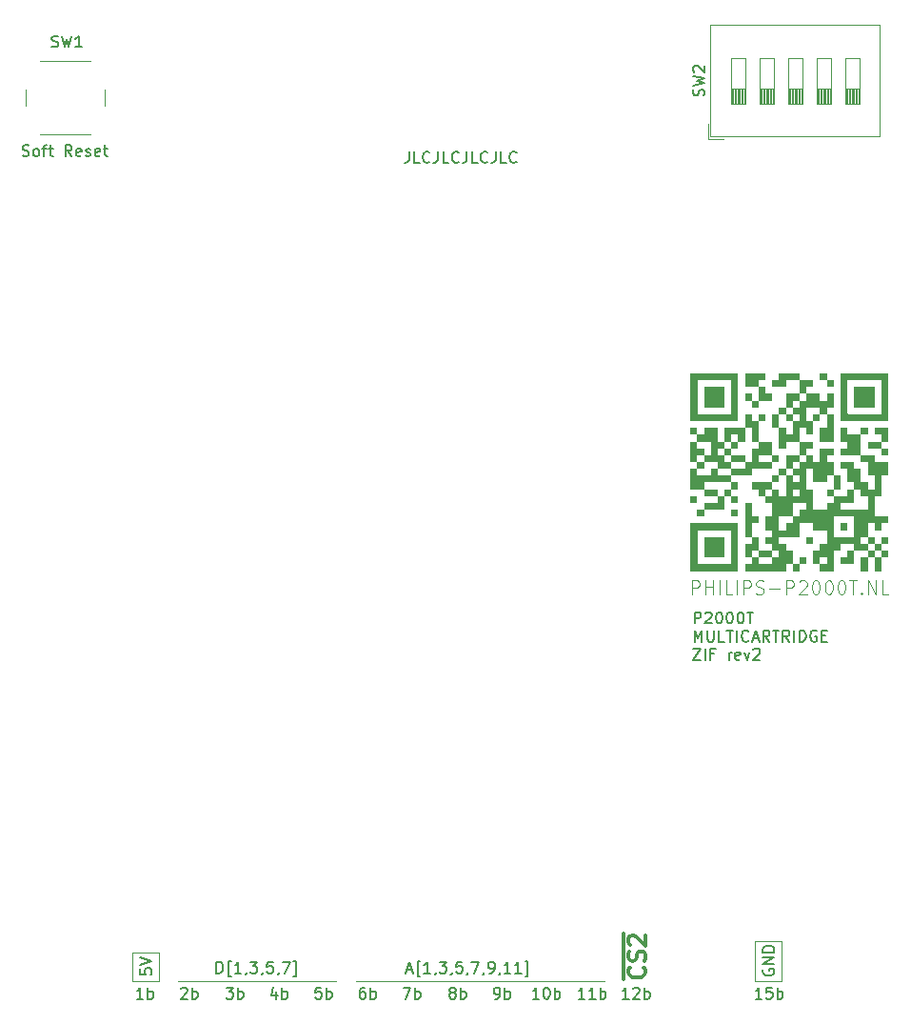
<source format=gbr>
G04 #@! TF.GenerationSoftware,KiCad,Pcbnew,7.0.10*
G04 #@! TF.CreationDate,2024-01-02T22:15:01+01:00*
G04 #@! TF.ProjectId,p2000t-multicartridge-zif,70323030-3074-42d6-9d75-6c7469636172,rev?*
G04 #@! TF.SameCoordinates,Original*
G04 #@! TF.FileFunction,Legend,Top*
G04 #@! TF.FilePolarity,Positive*
%FSLAX46Y46*%
G04 Gerber Fmt 4.6, Leading zero omitted, Abs format (unit mm)*
G04 Created by KiCad (PCBNEW 7.0.10) date 2024-01-02 22:15:01*
%MOMM*%
%LPD*%
G01*
G04 APERTURE LIST*
%ADD10C,0.120000*%
%ADD11C,0.150000*%
%ADD12C,0.300000*%
%ADD13C,0.100000*%
%ADD14C,2.000000*%
%ADD15R,1.600000X1.600000*%
%ADD16O,1.600000X1.600000*%
%ADD17C,1.600000*%
%ADD18R,2.000000X10.000000*%
%ADD19R,1.440000X2.000000*%
%ADD20O,1.440000X2.000000*%
G04 APERTURE END LIST*
D10*
X54214000Y-128905000D02*
X54214000Y-131445000D01*
X109586000Y-131445000D02*
X111999000Y-131445000D01*
X109586000Y-127889000D02*
X109586000Y-131445000D01*
X56627000Y-131445000D02*
X56627000Y-128905000D01*
X58278000Y-131445000D02*
X72375000Y-131445000D01*
X56627000Y-128905000D02*
X54214000Y-128905000D01*
X54214000Y-131445000D02*
X56627000Y-131445000D01*
X111999000Y-127889000D02*
X109586000Y-127889000D01*
X111999000Y-131445000D02*
X111999000Y-127889000D01*
X74153000Y-131445000D02*
X96251000Y-131445000D01*
D11*
X86464143Y-133042819D02*
X86654619Y-133042819D01*
X86654619Y-133042819D02*
X86749857Y-132995200D01*
X86749857Y-132995200D02*
X86797476Y-132947580D01*
X86797476Y-132947580D02*
X86892714Y-132804723D01*
X86892714Y-132804723D02*
X86940333Y-132614247D01*
X86940333Y-132614247D02*
X86940333Y-132233295D01*
X86940333Y-132233295D02*
X86892714Y-132138057D01*
X86892714Y-132138057D02*
X86845095Y-132090438D01*
X86845095Y-132090438D02*
X86749857Y-132042819D01*
X86749857Y-132042819D02*
X86559381Y-132042819D01*
X86559381Y-132042819D02*
X86464143Y-132090438D01*
X86464143Y-132090438D02*
X86416524Y-132138057D01*
X86416524Y-132138057D02*
X86368905Y-132233295D01*
X86368905Y-132233295D02*
X86368905Y-132471390D01*
X86368905Y-132471390D02*
X86416524Y-132566628D01*
X86416524Y-132566628D02*
X86464143Y-132614247D01*
X86464143Y-132614247D02*
X86559381Y-132661866D01*
X86559381Y-132661866D02*
X86749857Y-132661866D01*
X86749857Y-132661866D02*
X86845095Y-132614247D01*
X86845095Y-132614247D02*
X86892714Y-132566628D01*
X86892714Y-132566628D02*
X86940333Y-132471390D01*
X87368905Y-133042819D02*
X87368905Y-132042819D01*
X87368905Y-132423771D02*
X87464143Y-132376152D01*
X87464143Y-132376152D02*
X87654619Y-132376152D01*
X87654619Y-132376152D02*
X87749857Y-132423771D01*
X87749857Y-132423771D02*
X87797476Y-132471390D01*
X87797476Y-132471390D02*
X87845095Y-132566628D01*
X87845095Y-132566628D02*
X87845095Y-132852342D01*
X87845095Y-132852342D02*
X87797476Y-132947580D01*
X87797476Y-132947580D02*
X87749857Y-132995200D01*
X87749857Y-132995200D02*
X87654619Y-133042819D01*
X87654619Y-133042819D02*
X87464143Y-133042819D01*
X87464143Y-133042819D02*
X87368905Y-132995200D01*
X74907095Y-132042819D02*
X74716619Y-132042819D01*
X74716619Y-132042819D02*
X74621381Y-132090438D01*
X74621381Y-132090438D02*
X74573762Y-132138057D01*
X74573762Y-132138057D02*
X74478524Y-132280914D01*
X74478524Y-132280914D02*
X74430905Y-132471390D01*
X74430905Y-132471390D02*
X74430905Y-132852342D01*
X74430905Y-132852342D02*
X74478524Y-132947580D01*
X74478524Y-132947580D02*
X74526143Y-132995200D01*
X74526143Y-132995200D02*
X74621381Y-133042819D01*
X74621381Y-133042819D02*
X74811857Y-133042819D01*
X74811857Y-133042819D02*
X74907095Y-132995200D01*
X74907095Y-132995200D02*
X74954714Y-132947580D01*
X74954714Y-132947580D02*
X75002333Y-132852342D01*
X75002333Y-132852342D02*
X75002333Y-132614247D01*
X75002333Y-132614247D02*
X74954714Y-132519009D01*
X74954714Y-132519009D02*
X74907095Y-132471390D01*
X74907095Y-132471390D02*
X74811857Y-132423771D01*
X74811857Y-132423771D02*
X74621381Y-132423771D01*
X74621381Y-132423771D02*
X74526143Y-132471390D01*
X74526143Y-132471390D02*
X74478524Y-132519009D01*
X74478524Y-132519009D02*
X74430905Y-132614247D01*
X75430905Y-133042819D02*
X75430905Y-132042819D01*
X75430905Y-132423771D02*
X75526143Y-132376152D01*
X75526143Y-132376152D02*
X75716619Y-132376152D01*
X75716619Y-132376152D02*
X75811857Y-132423771D01*
X75811857Y-132423771D02*
X75859476Y-132471390D01*
X75859476Y-132471390D02*
X75907095Y-132566628D01*
X75907095Y-132566628D02*
X75907095Y-132852342D01*
X75907095Y-132852342D02*
X75859476Y-132947580D01*
X75859476Y-132947580D02*
X75811857Y-132995200D01*
X75811857Y-132995200D02*
X75716619Y-133042819D01*
X75716619Y-133042819D02*
X75526143Y-133042819D01*
X75526143Y-133042819D02*
X75430905Y-132995200D01*
X82622381Y-132471390D02*
X82527143Y-132423771D01*
X82527143Y-132423771D02*
X82479524Y-132376152D01*
X82479524Y-132376152D02*
X82431905Y-132280914D01*
X82431905Y-132280914D02*
X82431905Y-132233295D01*
X82431905Y-132233295D02*
X82479524Y-132138057D01*
X82479524Y-132138057D02*
X82527143Y-132090438D01*
X82527143Y-132090438D02*
X82622381Y-132042819D01*
X82622381Y-132042819D02*
X82812857Y-132042819D01*
X82812857Y-132042819D02*
X82908095Y-132090438D01*
X82908095Y-132090438D02*
X82955714Y-132138057D01*
X82955714Y-132138057D02*
X83003333Y-132233295D01*
X83003333Y-132233295D02*
X83003333Y-132280914D01*
X83003333Y-132280914D02*
X82955714Y-132376152D01*
X82955714Y-132376152D02*
X82908095Y-132423771D01*
X82908095Y-132423771D02*
X82812857Y-132471390D01*
X82812857Y-132471390D02*
X82622381Y-132471390D01*
X82622381Y-132471390D02*
X82527143Y-132519009D01*
X82527143Y-132519009D02*
X82479524Y-132566628D01*
X82479524Y-132566628D02*
X82431905Y-132661866D01*
X82431905Y-132661866D02*
X82431905Y-132852342D01*
X82431905Y-132852342D02*
X82479524Y-132947580D01*
X82479524Y-132947580D02*
X82527143Y-132995200D01*
X82527143Y-132995200D02*
X82622381Y-133042819D01*
X82622381Y-133042819D02*
X82812857Y-133042819D01*
X82812857Y-133042819D02*
X82908095Y-132995200D01*
X82908095Y-132995200D02*
X82955714Y-132947580D01*
X82955714Y-132947580D02*
X83003333Y-132852342D01*
X83003333Y-132852342D02*
X83003333Y-132661866D01*
X83003333Y-132661866D02*
X82955714Y-132566628D01*
X82955714Y-132566628D02*
X82908095Y-132519009D01*
X82908095Y-132519009D02*
X82812857Y-132471390D01*
X83431905Y-133042819D02*
X83431905Y-132042819D01*
X83431905Y-132423771D02*
X83527143Y-132376152D01*
X83527143Y-132376152D02*
X83717619Y-132376152D01*
X83717619Y-132376152D02*
X83812857Y-132423771D01*
X83812857Y-132423771D02*
X83860476Y-132471390D01*
X83860476Y-132471390D02*
X83908095Y-132566628D01*
X83908095Y-132566628D02*
X83908095Y-132852342D01*
X83908095Y-132852342D02*
X83860476Y-132947580D01*
X83860476Y-132947580D02*
X83812857Y-132995200D01*
X83812857Y-132995200D02*
X83717619Y-133042819D01*
X83717619Y-133042819D02*
X83527143Y-133042819D01*
X83527143Y-133042819D02*
X83431905Y-132995200D01*
X67033095Y-132376152D02*
X67033095Y-133042819D01*
X66795000Y-131995200D02*
X66556905Y-132709485D01*
X66556905Y-132709485D02*
X67175952Y-132709485D01*
X67556905Y-133042819D02*
X67556905Y-132042819D01*
X67556905Y-132423771D02*
X67652143Y-132376152D01*
X67652143Y-132376152D02*
X67842619Y-132376152D01*
X67842619Y-132376152D02*
X67937857Y-132423771D01*
X67937857Y-132423771D02*
X67985476Y-132471390D01*
X67985476Y-132471390D02*
X68033095Y-132566628D01*
X68033095Y-132566628D02*
X68033095Y-132852342D01*
X68033095Y-132852342D02*
X67985476Y-132947580D01*
X67985476Y-132947580D02*
X67937857Y-132995200D01*
X67937857Y-132995200D02*
X67842619Y-133042819D01*
X67842619Y-133042819D02*
X67652143Y-133042819D01*
X67652143Y-133042819D02*
X67556905Y-132995200D01*
X55190333Y-133042819D02*
X54618905Y-133042819D01*
X54904619Y-133042819D02*
X54904619Y-132042819D01*
X54904619Y-132042819D02*
X54809381Y-132185676D01*
X54809381Y-132185676D02*
X54714143Y-132280914D01*
X54714143Y-132280914D02*
X54618905Y-132328533D01*
X55618905Y-133042819D02*
X55618905Y-132042819D01*
X55618905Y-132423771D02*
X55714143Y-132376152D01*
X55714143Y-132376152D02*
X55904619Y-132376152D01*
X55904619Y-132376152D02*
X55999857Y-132423771D01*
X55999857Y-132423771D02*
X56047476Y-132471390D01*
X56047476Y-132471390D02*
X56095095Y-132566628D01*
X56095095Y-132566628D02*
X56095095Y-132852342D01*
X56095095Y-132852342D02*
X56047476Y-132947580D01*
X56047476Y-132947580D02*
X55999857Y-132995200D01*
X55999857Y-132995200D02*
X55904619Y-133042819D01*
X55904619Y-133042819D02*
X55714143Y-133042819D01*
X55714143Y-133042819D02*
X55618905Y-132995200D01*
X58555905Y-132138057D02*
X58603524Y-132090438D01*
X58603524Y-132090438D02*
X58698762Y-132042819D01*
X58698762Y-132042819D02*
X58936857Y-132042819D01*
X58936857Y-132042819D02*
X59032095Y-132090438D01*
X59032095Y-132090438D02*
X59079714Y-132138057D01*
X59079714Y-132138057D02*
X59127333Y-132233295D01*
X59127333Y-132233295D02*
X59127333Y-132328533D01*
X59127333Y-132328533D02*
X59079714Y-132471390D01*
X59079714Y-132471390D02*
X58508286Y-133042819D01*
X58508286Y-133042819D02*
X59127333Y-133042819D01*
X59555905Y-133042819D02*
X59555905Y-132042819D01*
X59555905Y-132423771D02*
X59651143Y-132376152D01*
X59651143Y-132376152D02*
X59841619Y-132376152D01*
X59841619Y-132376152D02*
X59936857Y-132423771D01*
X59936857Y-132423771D02*
X59984476Y-132471390D01*
X59984476Y-132471390D02*
X60032095Y-132566628D01*
X60032095Y-132566628D02*
X60032095Y-132852342D01*
X60032095Y-132852342D02*
X59984476Y-132947580D01*
X59984476Y-132947580D02*
X59936857Y-132995200D01*
X59936857Y-132995200D02*
X59841619Y-133042819D01*
X59841619Y-133042819D02*
X59651143Y-133042819D01*
X59651143Y-133042819D02*
X59555905Y-132995200D01*
X71017714Y-132042819D02*
X70541524Y-132042819D01*
X70541524Y-132042819D02*
X70493905Y-132519009D01*
X70493905Y-132519009D02*
X70541524Y-132471390D01*
X70541524Y-132471390D02*
X70636762Y-132423771D01*
X70636762Y-132423771D02*
X70874857Y-132423771D01*
X70874857Y-132423771D02*
X70970095Y-132471390D01*
X70970095Y-132471390D02*
X71017714Y-132519009D01*
X71017714Y-132519009D02*
X71065333Y-132614247D01*
X71065333Y-132614247D02*
X71065333Y-132852342D01*
X71065333Y-132852342D02*
X71017714Y-132947580D01*
X71017714Y-132947580D02*
X70970095Y-132995200D01*
X70970095Y-132995200D02*
X70874857Y-133042819D01*
X70874857Y-133042819D02*
X70636762Y-133042819D01*
X70636762Y-133042819D02*
X70541524Y-132995200D01*
X70541524Y-132995200D02*
X70493905Y-132947580D01*
X71493905Y-133042819D02*
X71493905Y-132042819D01*
X71493905Y-132423771D02*
X71589143Y-132376152D01*
X71589143Y-132376152D02*
X71779619Y-132376152D01*
X71779619Y-132376152D02*
X71874857Y-132423771D01*
X71874857Y-132423771D02*
X71922476Y-132471390D01*
X71922476Y-132471390D02*
X71970095Y-132566628D01*
X71970095Y-132566628D02*
X71970095Y-132852342D01*
X71970095Y-132852342D02*
X71922476Y-132947580D01*
X71922476Y-132947580D02*
X71874857Y-132995200D01*
X71874857Y-132995200D02*
X71779619Y-133042819D01*
X71779619Y-133042819D02*
X71589143Y-133042819D01*
X71589143Y-133042819D02*
X71493905Y-132995200D01*
X78320286Y-132042819D02*
X78986952Y-132042819D01*
X78986952Y-132042819D02*
X78558381Y-133042819D01*
X79367905Y-133042819D02*
X79367905Y-132042819D01*
X79367905Y-132423771D02*
X79463143Y-132376152D01*
X79463143Y-132376152D02*
X79653619Y-132376152D01*
X79653619Y-132376152D02*
X79748857Y-132423771D01*
X79748857Y-132423771D02*
X79796476Y-132471390D01*
X79796476Y-132471390D02*
X79844095Y-132566628D01*
X79844095Y-132566628D02*
X79844095Y-132852342D01*
X79844095Y-132852342D02*
X79796476Y-132947580D01*
X79796476Y-132947580D02*
X79748857Y-132995200D01*
X79748857Y-132995200D02*
X79653619Y-133042819D01*
X79653619Y-133042819D02*
X79463143Y-133042819D01*
X79463143Y-133042819D02*
X79367905Y-132995200D01*
X94465142Y-133042819D02*
X93893714Y-133042819D01*
X94179428Y-133042819D02*
X94179428Y-132042819D01*
X94179428Y-132042819D02*
X94084190Y-132185676D01*
X94084190Y-132185676D02*
X93988952Y-132280914D01*
X93988952Y-132280914D02*
X93893714Y-132328533D01*
X95417523Y-133042819D02*
X94846095Y-133042819D01*
X95131809Y-133042819D02*
X95131809Y-132042819D01*
X95131809Y-132042819D02*
X95036571Y-132185676D01*
X95036571Y-132185676D02*
X94941333Y-132280914D01*
X94941333Y-132280914D02*
X94846095Y-132328533D01*
X95846095Y-133042819D02*
X95846095Y-132042819D01*
X95846095Y-132423771D02*
X95941333Y-132376152D01*
X95941333Y-132376152D02*
X96131809Y-132376152D01*
X96131809Y-132376152D02*
X96227047Y-132423771D01*
X96227047Y-132423771D02*
X96274666Y-132471390D01*
X96274666Y-132471390D02*
X96322285Y-132566628D01*
X96322285Y-132566628D02*
X96322285Y-132852342D01*
X96322285Y-132852342D02*
X96274666Y-132947580D01*
X96274666Y-132947580D02*
X96227047Y-132995200D01*
X96227047Y-132995200D02*
X96131809Y-133042819D01*
X96131809Y-133042819D02*
X95941333Y-133042819D01*
X95941333Y-133042819D02*
X95846095Y-132995200D01*
X98402142Y-133042819D02*
X97830714Y-133042819D01*
X98116428Y-133042819D02*
X98116428Y-132042819D01*
X98116428Y-132042819D02*
X98021190Y-132185676D01*
X98021190Y-132185676D02*
X97925952Y-132280914D01*
X97925952Y-132280914D02*
X97830714Y-132328533D01*
X98783095Y-132138057D02*
X98830714Y-132090438D01*
X98830714Y-132090438D02*
X98925952Y-132042819D01*
X98925952Y-132042819D02*
X99164047Y-132042819D01*
X99164047Y-132042819D02*
X99259285Y-132090438D01*
X99259285Y-132090438D02*
X99306904Y-132138057D01*
X99306904Y-132138057D02*
X99354523Y-132233295D01*
X99354523Y-132233295D02*
X99354523Y-132328533D01*
X99354523Y-132328533D02*
X99306904Y-132471390D01*
X99306904Y-132471390D02*
X98735476Y-133042819D01*
X98735476Y-133042819D02*
X99354523Y-133042819D01*
X99783095Y-133042819D02*
X99783095Y-132042819D01*
X99783095Y-132423771D02*
X99878333Y-132376152D01*
X99878333Y-132376152D02*
X100068809Y-132376152D01*
X100068809Y-132376152D02*
X100164047Y-132423771D01*
X100164047Y-132423771D02*
X100211666Y-132471390D01*
X100211666Y-132471390D02*
X100259285Y-132566628D01*
X100259285Y-132566628D02*
X100259285Y-132852342D01*
X100259285Y-132852342D02*
X100211666Y-132947580D01*
X100211666Y-132947580D02*
X100164047Y-132995200D01*
X100164047Y-132995200D02*
X100068809Y-133042819D01*
X100068809Y-133042819D02*
X99878333Y-133042819D01*
X99878333Y-133042819D02*
X99783095Y-132995200D01*
X110213142Y-133042819D02*
X109641714Y-133042819D01*
X109927428Y-133042819D02*
X109927428Y-132042819D01*
X109927428Y-132042819D02*
X109832190Y-132185676D01*
X109832190Y-132185676D02*
X109736952Y-132280914D01*
X109736952Y-132280914D02*
X109641714Y-132328533D01*
X111117904Y-132042819D02*
X110641714Y-132042819D01*
X110641714Y-132042819D02*
X110594095Y-132519009D01*
X110594095Y-132519009D02*
X110641714Y-132471390D01*
X110641714Y-132471390D02*
X110736952Y-132423771D01*
X110736952Y-132423771D02*
X110975047Y-132423771D01*
X110975047Y-132423771D02*
X111070285Y-132471390D01*
X111070285Y-132471390D02*
X111117904Y-132519009D01*
X111117904Y-132519009D02*
X111165523Y-132614247D01*
X111165523Y-132614247D02*
X111165523Y-132852342D01*
X111165523Y-132852342D02*
X111117904Y-132947580D01*
X111117904Y-132947580D02*
X111070285Y-132995200D01*
X111070285Y-132995200D02*
X110975047Y-133042819D01*
X110975047Y-133042819D02*
X110736952Y-133042819D01*
X110736952Y-133042819D02*
X110641714Y-132995200D01*
X110641714Y-132995200D02*
X110594095Y-132947580D01*
X111594095Y-133042819D02*
X111594095Y-132042819D01*
X111594095Y-132423771D02*
X111689333Y-132376152D01*
X111689333Y-132376152D02*
X111879809Y-132376152D01*
X111879809Y-132376152D02*
X111975047Y-132423771D01*
X111975047Y-132423771D02*
X112022666Y-132471390D01*
X112022666Y-132471390D02*
X112070285Y-132566628D01*
X112070285Y-132566628D02*
X112070285Y-132852342D01*
X112070285Y-132852342D02*
X112022666Y-132947580D01*
X112022666Y-132947580D02*
X111975047Y-132995200D01*
X111975047Y-132995200D02*
X111879809Y-133042819D01*
X111879809Y-133042819D02*
X111689333Y-133042819D01*
X111689333Y-133042819D02*
X111594095Y-132995200D01*
X62572286Y-132042819D02*
X63191333Y-132042819D01*
X63191333Y-132042819D02*
X62858000Y-132423771D01*
X62858000Y-132423771D02*
X63000857Y-132423771D01*
X63000857Y-132423771D02*
X63096095Y-132471390D01*
X63096095Y-132471390D02*
X63143714Y-132519009D01*
X63143714Y-132519009D02*
X63191333Y-132614247D01*
X63191333Y-132614247D02*
X63191333Y-132852342D01*
X63191333Y-132852342D02*
X63143714Y-132947580D01*
X63143714Y-132947580D02*
X63096095Y-132995200D01*
X63096095Y-132995200D02*
X63000857Y-133042819D01*
X63000857Y-133042819D02*
X62715143Y-133042819D01*
X62715143Y-133042819D02*
X62619905Y-132995200D01*
X62619905Y-132995200D02*
X62572286Y-132947580D01*
X63619905Y-133042819D02*
X63619905Y-132042819D01*
X63619905Y-132423771D02*
X63715143Y-132376152D01*
X63715143Y-132376152D02*
X63905619Y-132376152D01*
X63905619Y-132376152D02*
X64000857Y-132423771D01*
X64000857Y-132423771D02*
X64048476Y-132471390D01*
X64048476Y-132471390D02*
X64096095Y-132566628D01*
X64096095Y-132566628D02*
X64096095Y-132852342D01*
X64096095Y-132852342D02*
X64048476Y-132947580D01*
X64048476Y-132947580D02*
X64000857Y-132995200D01*
X64000857Y-132995200D02*
X63905619Y-133042819D01*
X63905619Y-133042819D02*
X63715143Y-133042819D01*
X63715143Y-133042819D02*
X63619905Y-132995200D01*
X90401142Y-133042819D02*
X89829714Y-133042819D01*
X90115428Y-133042819D02*
X90115428Y-132042819D01*
X90115428Y-132042819D02*
X90020190Y-132185676D01*
X90020190Y-132185676D02*
X89924952Y-132280914D01*
X89924952Y-132280914D02*
X89829714Y-132328533D01*
X91020190Y-132042819D02*
X91115428Y-132042819D01*
X91115428Y-132042819D02*
X91210666Y-132090438D01*
X91210666Y-132090438D02*
X91258285Y-132138057D01*
X91258285Y-132138057D02*
X91305904Y-132233295D01*
X91305904Y-132233295D02*
X91353523Y-132423771D01*
X91353523Y-132423771D02*
X91353523Y-132661866D01*
X91353523Y-132661866D02*
X91305904Y-132852342D01*
X91305904Y-132852342D02*
X91258285Y-132947580D01*
X91258285Y-132947580D02*
X91210666Y-132995200D01*
X91210666Y-132995200D02*
X91115428Y-133042819D01*
X91115428Y-133042819D02*
X91020190Y-133042819D01*
X91020190Y-133042819D02*
X90924952Y-132995200D01*
X90924952Y-132995200D02*
X90877333Y-132947580D01*
X90877333Y-132947580D02*
X90829714Y-132852342D01*
X90829714Y-132852342D02*
X90782095Y-132661866D01*
X90782095Y-132661866D02*
X90782095Y-132423771D01*
X90782095Y-132423771D02*
X90829714Y-132233295D01*
X90829714Y-132233295D02*
X90877333Y-132138057D01*
X90877333Y-132138057D02*
X90924952Y-132090438D01*
X90924952Y-132090438D02*
X91020190Y-132042819D01*
X91782095Y-133042819D02*
X91782095Y-132042819D01*
X91782095Y-132423771D02*
X91877333Y-132376152D01*
X91877333Y-132376152D02*
X92067809Y-132376152D01*
X92067809Y-132376152D02*
X92163047Y-132423771D01*
X92163047Y-132423771D02*
X92210666Y-132471390D01*
X92210666Y-132471390D02*
X92258285Y-132566628D01*
X92258285Y-132566628D02*
X92258285Y-132852342D01*
X92258285Y-132852342D02*
X92210666Y-132947580D01*
X92210666Y-132947580D02*
X92163047Y-132995200D01*
X92163047Y-132995200D02*
X92067809Y-133042819D01*
X92067809Y-133042819D02*
X91877333Y-133042819D01*
X91877333Y-133042819D02*
X91782095Y-132995200D01*
X110358438Y-130428904D02*
X110310819Y-130524142D01*
X110310819Y-130524142D02*
X110310819Y-130666999D01*
X110310819Y-130666999D02*
X110358438Y-130809856D01*
X110358438Y-130809856D02*
X110453676Y-130905094D01*
X110453676Y-130905094D02*
X110548914Y-130952713D01*
X110548914Y-130952713D02*
X110739390Y-131000332D01*
X110739390Y-131000332D02*
X110882247Y-131000332D01*
X110882247Y-131000332D02*
X111072723Y-130952713D01*
X111072723Y-130952713D02*
X111167961Y-130905094D01*
X111167961Y-130905094D02*
X111263200Y-130809856D01*
X111263200Y-130809856D02*
X111310819Y-130666999D01*
X111310819Y-130666999D02*
X111310819Y-130571761D01*
X111310819Y-130571761D02*
X111263200Y-130428904D01*
X111263200Y-130428904D02*
X111215580Y-130381285D01*
X111215580Y-130381285D02*
X110882247Y-130381285D01*
X110882247Y-130381285D02*
X110882247Y-130571761D01*
X111310819Y-129952713D02*
X110310819Y-129952713D01*
X110310819Y-129952713D02*
X111310819Y-129381285D01*
X111310819Y-129381285D02*
X110310819Y-129381285D01*
X111310819Y-128905094D02*
X110310819Y-128905094D01*
X110310819Y-128905094D02*
X110310819Y-128666999D01*
X110310819Y-128666999D02*
X110358438Y-128524142D01*
X110358438Y-128524142D02*
X110453676Y-128428904D01*
X110453676Y-128428904D02*
X110548914Y-128381285D01*
X110548914Y-128381285D02*
X110739390Y-128333666D01*
X110739390Y-128333666D02*
X110882247Y-128333666D01*
X110882247Y-128333666D02*
X111072723Y-128381285D01*
X111072723Y-128381285D02*
X111167961Y-128428904D01*
X111167961Y-128428904D02*
X111263200Y-128524142D01*
X111263200Y-128524142D02*
X111310819Y-128666999D01*
X111310819Y-128666999D02*
X111310819Y-128905094D01*
X78630429Y-130471104D02*
X79106619Y-130471104D01*
X78535191Y-130756819D02*
X78868524Y-129756819D01*
X78868524Y-129756819D02*
X79201857Y-130756819D01*
X79820905Y-131090152D02*
X79582810Y-131090152D01*
X79582810Y-131090152D02*
X79582810Y-129661580D01*
X79582810Y-129661580D02*
X79820905Y-129661580D01*
X80725667Y-130756819D02*
X80154239Y-130756819D01*
X80439953Y-130756819D02*
X80439953Y-129756819D01*
X80439953Y-129756819D02*
X80344715Y-129899676D01*
X80344715Y-129899676D02*
X80249477Y-129994914D01*
X80249477Y-129994914D02*
X80154239Y-130042533D01*
X81201858Y-130709200D02*
X81201858Y-130756819D01*
X81201858Y-130756819D02*
X81154239Y-130852057D01*
X81154239Y-130852057D02*
X81106620Y-130899676D01*
X81535191Y-129756819D02*
X82154238Y-129756819D01*
X82154238Y-129756819D02*
X81820905Y-130137771D01*
X81820905Y-130137771D02*
X81963762Y-130137771D01*
X81963762Y-130137771D02*
X82059000Y-130185390D01*
X82059000Y-130185390D02*
X82106619Y-130233009D01*
X82106619Y-130233009D02*
X82154238Y-130328247D01*
X82154238Y-130328247D02*
X82154238Y-130566342D01*
X82154238Y-130566342D02*
X82106619Y-130661580D01*
X82106619Y-130661580D02*
X82059000Y-130709200D01*
X82059000Y-130709200D02*
X81963762Y-130756819D01*
X81963762Y-130756819D02*
X81678048Y-130756819D01*
X81678048Y-130756819D02*
X81582810Y-130709200D01*
X81582810Y-130709200D02*
X81535191Y-130661580D01*
X82630429Y-130709200D02*
X82630429Y-130756819D01*
X82630429Y-130756819D02*
X82582810Y-130852057D01*
X82582810Y-130852057D02*
X82535191Y-130899676D01*
X83535190Y-129756819D02*
X83059000Y-129756819D01*
X83059000Y-129756819D02*
X83011381Y-130233009D01*
X83011381Y-130233009D02*
X83059000Y-130185390D01*
X83059000Y-130185390D02*
X83154238Y-130137771D01*
X83154238Y-130137771D02*
X83392333Y-130137771D01*
X83392333Y-130137771D02*
X83487571Y-130185390D01*
X83487571Y-130185390D02*
X83535190Y-130233009D01*
X83535190Y-130233009D02*
X83582809Y-130328247D01*
X83582809Y-130328247D02*
X83582809Y-130566342D01*
X83582809Y-130566342D02*
X83535190Y-130661580D01*
X83535190Y-130661580D02*
X83487571Y-130709200D01*
X83487571Y-130709200D02*
X83392333Y-130756819D01*
X83392333Y-130756819D02*
X83154238Y-130756819D01*
X83154238Y-130756819D02*
X83059000Y-130709200D01*
X83059000Y-130709200D02*
X83011381Y-130661580D01*
X84059000Y-130709200D02*
X84059000Y-130756819D01*
X84059000Y-130756819D02*
X84011381Y-130852057D01*
X84011381Y-130852057D02*
X83963762Y-130899676D01*
X84392333Y-129756819D02*
X85058999Y-129756819D01*
X85058999Y-129756819D02*
X84630428Y-130756819D01*
X85487571Y-130709200D02*
X85487571Y-130756819D01*
X85487571Y-130756819D02*
X85439952Y-130852057D01*
X85439952Y-130852057D02*
X85392333Y-130899676D01*
X85963761Y-130756819D02*
X86154237Y-130756819D01*
X86154237Y-130756819D02*
X86249475Y-130709200D01*
X86249475Y-130709200D02*
X86297094Y-130661580D01*
X86297094Y-130661580D02*
X86392332Y-130518723D01*
X86392332Y-130518723D02*
X86439951Y-130328247D01*
X86439951Y-130328247D02*
X86439951Y-129947295D01*
X86439951Y-129947295D02*
X86392332Y-129852057D01*
X86392332Y-129852057D02*
X86344713Y-129804438D01*
X86344713Y-129804438D02*
X86249475Y-129756819D01*
X86249475Y-129756819D02*
X86058999Y-129756819D01*
X86058999Y-129756819D02*
X85963761Y-129804438D01*
X85963761Y-129804438D02*
X85916142Y-129852057D01*
X85916142Y-129852057D02*
X85868523Y-129947295D01*
X85868523Y-129947295D02*
X85868523Y-130185390D01*
X85868523Y-130185390D02*
X85916142Y-130280628D01*
X85916142Y-130280628D02*
X85963761Y-130328247D01*
X85963761Y-130328247D02*
X86058999Y-130375866D01*
X86058999Y-130375866D02*
X86249475Y-130375866D01*
X86249475Y-130375866D02*
X86344713Y-130328247D01*
X86344713Y-130328247D02*
X86392332Y-130280628D01*
X86392332Y-130280628D02*
X86439951Y-130185390D01*
X86916142Y-130709200D02*
X86916142Y-130756819D01*
X86916142Y-130756819D02*
X86868523Y-130852057D01*
X86868523Y-130852057D02*
X86820904Y-130899676D01*
X87868522Y-130756819D02*
X87297094Y-130756819D01*
X87582808Y-130756819D02*
X87582808Y-129756819D01*
X87582808Y-129756819D02*
X87487570Y-129899676D01*
X87487570Y-129899676D02*
X87392332Y-129994914D01*
X87392332Y-129994914D02*
X87297094Y-130042533D01*
X88820903Y-130756819D02*
X88249475Y-130756819D01*
X88535189Y-130756819D02*
X88535189Y-129756819D01*
X88535189Y-129756819D02*
X88439951Y-129899676D01*
X88439951Y-129899676D02*
X88344713Y-129994914D01*
X88344713Y-129994914D02*
X88249475Y-130042533D01*
X89154237Y-131090152D02*
X89392332Y-131090152D01*
X89392332Y-131090152D02*
X89392332Y-129661580D01*
X89392332Y-129661580D02*
X89154237Y-129661580D01*
X104222779Y-99682819D02*
X104222779Y-98682819D01*
X104222779Y-98682819D02*
X104603731Y-98682819D01*
X104603731Y-98682819D02*
X104698969Y-98730438D01*
X104698969Y-98730438D02*
X104746588Y-98778057D01*
X104746588Y-98778057D02*
X104794207Y-98873295D01*
X104794207Y-98873295D02*
X104794207Y-99016152D01*
X104794207Y-99016152D02*
X104746588Y-99111390D01*
X104746588Y-99111390D02*
X104698969Y-99159009D01*
X104698969Y-99159009D02*
X104603731Y-99206628D01*
X104603731Y-99206628D02*
X104222779Y-99206628D01*
X105175160Y-98778057D02*
X105222779Y-98730438D01*
X105222779Y-98730438D02*
X105318017Y-98682819D01*
X105318017Y-98682819D02*
X105556112Y-98682819D01*
X105556112Y-98682819D02*
X105651350Y-98730438D01*
X105651350Y-98730438D02*
X105698969Y-98778057D01*
X105698969Y-98778057D02*
X105746588Y-98873295D01*
X105746588Y-98873295D02*
X105746588Y-98968533D01*
X105746588Y-98968533D02*
X105698969Y-99111390D01*
X105698969Y-99111390D02*
X105127541Y-99682819D01*
X105127541Y-99682819D02*
X105746588Y-99682819D01*
X106365636Y-98682819D02*
X106460874Y-98682819D01*
X106460874Y-98682819D02*
X106556112Y-98730438D01*
X106556112Y-98730438D02*
X106603731Y-98778057D01*
X106603731Y-98778057D02*
X106651350Y-98873295D01*
X106651350Y-98873295D02*
X106698969Y-99063771D01*
X106698969Y-99063771D02*
X106698969Y-99301866D01*
X106698969Y-99301866D02*
X106651350Y-99492342D01*
X106651350Y-99492342D02*
X106603731Y-99587580D01*
X106603731Y-99587580D02*
X106556112Y-99635200D01*
X106556112Y-99635200D02*
X106460874Y-99682819D01*
X106460874Y-99682819D02*
X106365636Y-99682819D01*
X106365636Y-99682819D02*
X106270398Y-99635200D01*
X106270398Y-99635200D02*
X106222779Y-99587580D01*
X106222779Y-99587580D02*
X106175160Y-99492342D01*
X106175160Y-99492342D02*
X106127541Y-99301866D01*
X106127541Y-99301866D02*
X106127541Y-99063771D01*
X106127541Y-99063771D02*
X106175160Y-98873295D01*
X106175160Y-98873295D02*
X106222779Y-98778057D01*
X106222779Y-98778057D02*
X106270398Y-98730438D01*
X106270398Y-98730438D02*
X106365636Y-98682819D01*
X107318017Y-98682819D02*
X107413255Y-98682819D01*
X107413255Y-98682819D02*
X107508493Y-98730438D01*
X107508493Y-98730438D02*
X107556112Y-98778057D01*
X107556112Y-98778057D02*
X107603731Y-98873295D01*
X107603731Y-98873295D02*
X107651350Y-99063771D01*
X107651350Y-99063771D02*
X107651350Y-99301866D01*
X107651350Y-99301866D02*
X107603731Y-99492342D01*
X107603731Y-99492342D02*
X107556112Y-99587580D01*
X107556112Y-99587580D02*
X107508493Y-99635200D01*
X107508493Y-99635200D02*
X107413255Y-99682819D01*
X107413255Y-99682819D02*
X107318017Y-99682819D01*
X107318017Y-99682819D02*
X107222779Y-99635200D01*
X107222779Y-99635200D02*
X107175160Y-99587580D01*
X107175160Y-99587580D02*
X107127541Y-99492342D01*
X107127541Y-99492342D02*
X107079922Y-99301866D01*
X107079922Y-99301866D02*
X107079922Y-99063771D01*
X107079922Y-99063771D02*
X107127541Y-98873295D01*
X107127541Y-98873295D02*
X107175160Y-98778057D01*
X107175160Y-98778057D02*
X107222779Y-98730438D01*
X107222779Y-98730438D02*
X107318017Y-98682819D01*
X108270398Y-98682819D02*
X108365636Y-98682819D01*
X108365636Y-98682819D02*
X108460874Y-98730438D01*
X108460874Y-98730438D02*
X108508493Y-98778057D01*
X108508493Y-98778057D02*
X108556112Y-98873295D01*
X108556112Y-98873295D02*
X108603731Y-99063771D01*
X108603731Y-99063771D02*
X108603731Y-99301866D01*
X108603731Y-99301866D02*
X108556112Y-99492342D01*
X108556112Y-99492342D02*
X108508493Y-99587580D01*
X108508493Y-99587580D02*
X108460874Y-99635200D01*
X108460874Y-99635200D02*
X108365636Y-99682819D01*
X108365636Y-99682819D02*
X108270398Y-99682819D01*
X108270398Y-99682819D02*
X108175160Y-99635200D01*
X108175160Y-99635200D02*
X108127541Y-99587580D01*
X108127541Y-99587580D02*
X108079922Y-99492342D01*
X108079922Y-99492342D02*
X108032303Y-99301866D01*
X108032303Y-99301866D02*
X108032303Y-99063771D01*
X108032303Y-99063771D02*
X108079922Y-98873295D01*
X108079922Y-98873295D02*
X108127541Y-98778057D01*
X108127541Y-98778057D02*
X108175160Y-98730438D01*
X108175160Y-98730438D02*
X108270398Y-98682819D01*
X108889446Y-98682819D02*
X109460874Y-98682819D01*
X109175160Y-99682819D02*
X109175160Y-98682819D01*
X104222779Y-101292819D02*
X104222779Y-100292819D01*
X104222779Y-100292819D02*
X104556112Y-101007104D01*
X104556112Y-101007104D02*
X104889445Y-100292819D01*
X104889445Y-100292819D02*
X104889445Y-101292819D01*
X105365636Y-100292819D02*
X105365636Y-101102342D01*
X105365636Y-101102342D02*
X105413255Y-101197580D01*
X105413255Y-101197580D02*
X105460874Y-101245200D01*
X105460874Y-101245200D02*
X105556112Y-101292819D01*
X105556112Y-101292819D02*
X105746588Y-101292819D01*
X105746588Y-101292819D02*
X105841826Y-101245200D01*
X105841826Y-101245200D02*
X105889445Y-101197580D01*
X105889445Y-101197580D02*
X105937064Y-101102342D01*
X105937064Y-101102342D02*
X105937064Y-100292819D01*
X106889445Y-101292819D02*
X106413255Y-101292819D01*
X106413255Y-101292819D02*
X106413255Y-100292819D01*
X107079922Y-100292819D02*
X107651350Y-100292819D01*
X107365636Y-101292819D02*
X107365636Y-100292819D01*
X107984684Y-101292819D02*
X107984684Y-100292819D01*
X109032302Y-101197580D02*
X108984683Y-101245200D01*
X108984683Y-101245200D02*
X108841826Y-101292819D01*
X108841826Y-101292819D02*
X108746588Y-101292819D01*
X108746588Y-101292819D02*
X108603731Y-101245200D01*
X108603731Y-101245200D02*
X108508493Y-101149961D01*
X108508493Y-101149961D02*
X108460874Y-101054723D01*
X108460874Y-101054723D02*
X108413255Y-100864247D01*
X108413255Y-100864247D02*
X108413255Y-100721390D01*
X108413255Y-100721390D02*
X108460874Y-100530914D01*
X108460874Y-100530914D02*
X108508493Y-100435676D01*
X108508493Y-100435676D02*
X108603731Y-100340438D01*
X108603731Y-100340438D02*
X108746588Y-100292819D01*
X108746588Y-100292819D02*
X108841826Y-100292819D01*
X108841826Y-100292819D02*
X108984683Y-100340438D01*
X108984683Y-100340438D02*
X109032302Y-100388057D01*
X109413255Y-101007104D02*
X109889445Y-101007104D01*
X109318017Y-101292819D02*
X109651350Y-100292819D01*
X109651350Y-100292819D02*
X109984683Y-101292819D01*
X110889445Y-101292819D02*
X110556112Y-100816628D01*
X110318017Y-101292819D02*
X110318017Y-100292819D01*
X110318017Y-100292819D02*
X110698969Y-100292819D01*
X110698969Y-100292819D02*
X110794207Y-100340438D01*
X110794207Y-100340438D02*
X110841826Y-100388057D01*
X110841826Y-100388057D02*
X110889445Y-100483295D01*
X110889445Y-100483295D02*
X110889445Y-100626152D01*
X110889445Y-100626152D02*
X110841826Y-100721390D01*
X110841826Y-100721390D02*
X110794207Y-100769009D01*
X110794207Y-100769009D02*
X110698969Y-100816628D01*
X110698969Y-100816628D02*
X110318017Y-100816628D01*
X111175160Y-100292819D02*
X111746588Y-100292819D01*
X111460874Y-101292819D02*
X111460874Y-100292819D01*
X112651350Y-101292819D02*
X112318017Y-100816628D01*
X112079922Y-101292819D02*
X112079922Y-100292819D01*
X112079922Y-100292819D02*
X112460874Y-100292819D01*
X112460874Y-100292819D02*
X112556112Y-100340438D01*
X112556112Y-100340438D02*
X112603731Y-100388057D01*
X112603731Y-100388057D02*
X112651350Y-100483295D01*
X112651350Y-100483295D02*
X112651350Y-100626152D01*
X112651350Y-100626152D02*
X112603731Y-100721390D01*
X112603731Y-100721390D02*
X112556112Y-100769009D01*
X112556112Y-100769009D02*
X112460874Y-100816628D01*
X112460874Y-100816628D02*
X112079922Y-100816628D01*
X113079922Y-101292819D02*
X113079922Y-100292819D01*
X113556112Y-101292819D02*
X113556112Y-100292819D01*
X113556112Y-100292819D02*
X113794207Y-100292819D01*
X113794207Y-100292819D02*
X113937064Y-100340438D01*
X113937064Y-100340438D02*
X114032302Y-100435676D01*
X114032302Y-100435676D02*
X114079921Y-100530914D01*
X114079921Y-100530914D02*
X114127540Y-100721390D01*
X114127540Y-100721390D02*
X114127540Y-100864247D01*
X114127540Y-100864247D02*
X114079921Y-101054723D01*
X114079921Y-101054723D02*
X114032302Y-101149961D01*
X114032302Y-101149961D02*
X113937064Y-101245200D01*
X113937064Y-101245200D02*
X113794207Y-101292819D01*
X113794207Y-101292819D02*
X113556112Y-101292819D01*
X115079921Y-100340438D02*
X114984683Y-100292819D01*
X114984683Y-100292819D02*
X114841826Y-100292819D01*
X114841826Y-100292819D02*
X114698969Y-100340438D01*
X114698969Y-100340438D02*
X114603731Y-100435676D01*
X114603731Y-100435676D02*
X114556112Y-100530914D01*
X114556112Y-100530914D02*
X114508493Y-100721390D01*
X114508493Y-100721390D02*
X114508493Y-100864247D01*
X114508493Y-100864247D02*
X114556112Y-101054723D01*
X114556112Y-101054723D02*
X114603731Y-101149961D01*
X114603731Y-101149961D02*
X114698969Y-101245200D01*
X114698969Y-101245200D02*
X114841826Y-101292819D01*
X114841826Y-101292819D02*
X114937064Y-101292819D01*
X114937064Y-101292819D02*
X115079921Y-101245200D01*
X115079921Y-101245200D02*
X115127540Y-101197580D01*
X115127540Y-101197580D02*
X115127540Y-100864247D01*
X115127540Y-100864247D02*
X114937064Y-100864247D01*
X115556112Y-100769009D02*
X115889445Y-100769009D01*
X116032302Y-101292819D02*
X115556112Y-101292819D01*
X115556112Y-101292819D02*
X115556112Y-100292819D01*
X115556112Y-100292819D02*
X116032302Y-100292819D01*
X104127541Y-101902819D02*
X104794207Y-101902819D01*
X104794207Y-101902819D02*
X104127541Y-102902819D01*
X104127541Y-102902819D02*
X104794207Y-102902819D01*
X105175160Y-102902819D02*
X105175160Y-101902819D01*
X105984683Y-102379009D02*
X105651350Y-102379009D01*
X105651350Y-102902819D02*
X105651350Y-101902819D01*
X105651350Y-101902819D02*
X106127540Y-101902819D01*
X107270398Y-102902819D02*
X107270398Y-102236152D01*
X107270398Y-102426628D02*
X107318017Y-102331390D01*
X107318017Y-102331390D02*
X107365636Y-102283771D01*
X107365636Y-102283771D02*
X107460874Y-102236152D01*
X107460874Y-102236152D02*
X107556112Y-102236152D01*
X108270398Y-102855200D02*
X108175160Y-102902819D01*
X108175160Y-102902819D02*
X107984684Y-102902819D01*
X107984684Y-102902819D02*
X107889446Y-102855200D01*
X107889446Y-102855200D02*
X107841827Y-102759961D01*
X107841827Y-102759961D02*
X107841827Y-102379009D01*
X107841827Y-102379009D02*
X107889446Y-102283771D01*
X107889446Y-102283771D02*
X107984684Y-102236152D01*
X107984684Y-102236152D02*
X108175160Y-102236152D01*
X108175160Y-102236152D02*
X108270398Y-102283771D01*
X108270398Y-102283771D02*
X108318017Y-102379009D01*
X108318017Y-102379009D02*
X108318017Y-102474247D01*
X108318017Y-102474247D02*
X107841827Y-102569485D01*
X108651351Y-102236152D02*
X108889446Y-102902819D01*
X108889446Y-102902819D02*
X109127541Y-102236152D01*
X109460875Y-101998057D02*
X109508494Y-101950438D01*
X109508494Y-101950438D02*
X109603732Y-101902819D01*
X109603732Y-101902819D02*
X109841827Y-101902819D01*
X109841827Y-101902819D02*
X109937065Y-101950438D01*
X109937065Y-101950438D02*
X109984684Y-101998057D01*
X109984684Y-101998057D02*
X110032303Y-102093295D01*
X110032303Y-102093295D02*
X110032303Y-102188533D01*
X110032303Y-102188533D02*
X109984684Y-102331390D01*
X109984684Y-102331390D02*
X109413256Y-102902819D01*
X109413256Y-102902819D02*
X110032303Y-102902819D01*
X54938819Y-130365476D02*
X54938819Y-130841666D01*
X54938819Y-130841666D02*
X55415009Y-130889285D01*
X55415009Y-130889285D02*
X55367390Y-130841666D01*
X55367390Y-130841666D02*
X55319771Y-130746428D01*
X55319771Y-130746428D02*
X55319771Y-130508333D01*
X55319771Y-130508333D02*
X55367390Y-130413095D01*
X55367390Y-130413095D02*
X55415009Y-130365476D01*
X55415009Y-130365476D02*
X55510247Y-130317857D01*
X55510247Y-130317857D02*
X55748342Y-130317857D01*
X55748342Y-130317857D02*
X55843580Y-130365476D01*
X55843580Y-130365476D02*
X55891200Y-130413095D01*
X55891200Y-130413095D02*
X55938819Y-130508333D01*
X55938819Y-130508333D02*
X55938819Y-130746428D01*
X55938819Y-130746428D02*
X55891200Y-130841666D01*
X55891200Y-130841666D02*
X55843580Y-130889285D01*
X54938819Y-130032142D02*
X55938819Y-129698809D01*
X55938819Y-129698809D02*
X54938819Y-129365476D01*
X78819951Y-57747819D02*
X78819951Y-58462104D01*
X78819951Y-58462104D02*
X78772332Y-58604961D01*
X78772332Y-58604961D02*
X78677094Y-58700200D01*
X78677094Y-58700200D02*
X78534237Y-58747819D01*
X78534237Y-58747819D02*
X78438999Y-58747819D01*
X79772332Y-58747819D02*
X79296142Y-58747819D01*
X79296142Y-58747819D02*
X79296142Y-57747819D01*
X80677094Y-58652580D02*
X80629475Y-58700200D01*
X80629475Y-58700200D02*
X80486618Y-58747819D01*
X80486618Y-58747819D02*
X80391380Y-58747819D01*
X80391380Y-58747819D02*
X80248523Y-58700200D01*
X80248523Y-58700200D02*
X80153285Y-58604961D01*
X80153285Y-58604961D02*
X80105666Y-58509723D01*
X80105666Y-58509723D02*
X80058047Y-58319247D01*
X80058047Y-58319247D02*
X80058047Y-58176390D01*
X80058047Y-58176390D02*
X80105666Y-57985914D01*
X80105666Y-57985914D02*
X80153285Y-57890676D01*
X80153285Y-57890676D02*
X80248523Y-57795438D01*
X80248523Y-57795438D02*
X80391380Y-57747819D01*
X80391380Y-57747819D02*
X80486618Y-57747819D01*
X80486618Y-57747819D02*
X80629475Y-57795438D01*
X80629475Y-57795438D02*
X80677094Y-57843057D01*
X81391380Y-57747819D02*
X81391380Y-58462104D01*
X81391380Y-58462104D02*
X81343761Y-58604961D01*
X81343761Y-58604961D02*
X81248523Y-58700200D01*
X81248523Y-58700200D02*
X81105666Y-58747819D01*
X81105666Y-58747819D02*
X81010428Y-58747819D01*
X82343761Y-58747819D02*
X81867571Y-58747819D01*
X81867571Y-58747819D02*
X81867571Y-57747819D01*
X83248523Y-58652580D02*
X83200904Y-58700200D01*
X83200904Y-58700200D02*
X83058047Y-58747819D01*
X83058047Y-58747819D02*
X82962809Y-58747819D01*
X82962809Y-58747819D02*
X82819952Y-58700200D01*
X82819952Y-58700200D02*
X82724714Y-58604961D01*
X82724714Y-58604961D02*
X82677095Y-58509723D01*
X82677095Y-58509723D02*
X82629476Y-58319247D01*
X82629476Y-58319247D02*
X82629476Y-58176390D01*
X82629476Y-58176390D02*
X82677095Y-57985914D01*
X82677095Y-57985914D02*
X82724714Y-57890676D01*
X82724714Y-57890676D02*
X82819952Y-57795438D01*
X82819952Y-57795438D02*
X82962809Y-57747819D01*
X82962809Y-57747819D02*
X83058047Y-57747819D01*
X83058047Y-57747819D02*
X83200904Y-57795438D01*
X83200904Y-57795438D02*
X83248523Y-57843057D01*
X83962809Y-57747819D02*
X83962809Y-58462104D01*
X83962809Y-58462104D02*
X83915190Y-58604961D01*
X83915190Y-58604961D02*
X83819952Y-58700200D01*
X83819952Y-58700200D02*
X83677095Y-58747819D01*
X83677095Y-58747819D02*
X83581857Y-58747819D01*
X84915190Y-58747819D02*
X84439000Y-58747819D01*
X84439000Y-58747819D02*
X84439000Y-57747819D01*
X85819952Y-58652580D02*
X85772333Y-58700200D01*
X85772333Y-58700200D02*
X85629476Y-58747819D01*
X85629476Y-58747819D02*
X85534238Y-58747819D01*
X85534238Y-58747819D02*
X85391381Y-58700200D01*
X85391381Y-58700200D02*
X85296143Y-58604961D01*
X85296143Y-58604961D02*
X85248524Y-58509723D01*
X85248524Y-58509723D02*
X85200905Y-58319247D01*
X85200905Y-58319247D02*
X85200905Y-58176390D01*
X85200905Y-58176390D02*
X85248524Y-57985914D01*
X85248524Y-57985914D02*
X85296143Y-57890676D01*
X85296143Y-57890676D02*
X85391381Y-57795438D01*
X85391381Y-57795438D02*
X85534238Y-57747819D01*
X85534238Y-57747819D02*
X85629476Y-57747819D01*
X85629476Y-57747819D02*
X85772333Y-57795438D01*
X85772333Y-57795438D02*
X85819952Y-57843057D01*
X86534238Y-57747819D02*
X86534238Y-58462104D01*
X86534238Y-58462104D02*
X86486619Y-58604961D01*
X86486619Y-58604961D02*
X86391381Y-58700200D01*
X86391381Y-58700200D02*
X86248524Y-58747819D01*
X86248524Y-58747819D02*
X86153286Y-58747819D01*
X87486619Y-58747819D02*
X87010429Y-58747819D01*
X87010429Y-58747819D02*
X87010429Y-57747819D01*
X88391381Y-58652580D02*
X88343762Y-58700200D01*
X88343762Y-58700200D02*
X88200905Y-58747819D01*
X88200905Y-58747819D02*
X88105667Y-58747819D01*
X88105667Y-58747819D02*
X87962810Y-58700200D01*
X87962810Y-58700200D02*
X87867572Y-58604961D01*
X87867572Y-58604961D02*
X87819953Y-58509723D01*
X87819953Y-58509723D02*
X87772334Y-58319247D01*
X87772334Y-58319247D02*
X87772334Y-58176390D01*
X87772334Y-58176390D02*
X87819953Y-57985914D01*
X87819953Y-57985914D02*
X87867572Y-57890676D01*
X87867572Y-57890676D02*
X87962810Y-57795438D01*
X87962810Y-57795438D02*
X88105667Y-57747819D01*
X88105667Y-57747819D02*
X88200905Y-57747819D01*
X88200905Y-57747819D02*
X88343762Y-57795438D01*
X88343762Y-57795438D02*
X88391381Y-57843057D01*
X61715381Y-130756819D02*
X61715381Y-129756819D01*
X61715381Y-129756819D02*
X61953476Y-129756819D01*
X61953476Y-129756819D02*
X62096333Y-129804438D01*
X62096333Y-129804438D02*
X62191571Y-129899676D01*
X62191571Y-129899676D02*
X62239190Y-129994914D01*
X62239190Y-129994914D02*
X62286809Y-130185390D01*
X62286809Y-130185390D02*
X62286809Y-130328247D01*
X62286809Y-130328247D02*
X62239190Y-130518723D01*
X62239190Y-130518723D02*
X62191571Y-130613961D01*
X62191571Y-130613961D02*
X62096333Y-130709200D01*
X62096333Y-130709200D02*
X61953476Y-130756819D01*
X61953476Y-130756819D02*
X61715381Y-130756819D01*
X63001095Y-131090152D02*
X62763000Y-131090152D01*
X62763000Y-131090152D02*
X62763000Y-129661580D01*
X62763000Y-129661580D02*
X63001095Y-129661580D01*
X63905857Y-130756819D02*
X63334429Y-130756819D01*
X63620143Y-130756819D02*
X63620143Y-129756819D01*
X63620143Y-129756819D02*
X63524905Y-129899676D01*
X63524905Y-129899676D02*
X63429667Y-129994914D01*
X63429667Y-129994914D02*
X63334429Y-130042533D01*
X64382048Y-130709200D02*
X64382048Y-130756819D01*
X64382048Y-130756819D02*
X64334429Y-130852057D01*
X64334429Y-130852057D02*
X64286810Y-130899676D01*
X64715381Y-129756819D02*
X65334428Y-129756819D01*
X65334428Y-129756819D02*
X65001095Y-130137771D01*
X65001095Y-130137771D02*
X65143952Y-130137771D01*
X65143952Y-130137771D02*
X65239190Y-130185390D01*
X65239190Y-130185390D02*
X65286809Y-130233009D01*
X65286809Y-130233009D02*
X65334428Y-130328247D01*
X65334428Y-130328247D02*
X65334428Y-130566342D01*
X65334428Y-130566342D02*
X65286809Y-130661580D01*
X65286809Y-130661580D02*
X65239190Y-130709200D01*
X65239190Y-130709200D02*
X65143952Y-130756819D01*
X65143952Y-130756819D02*
X64858238Y-130756819D01*
X64858238Y-130756819D02*
X64763000Y-130709200D01*
X64763000Y-130709200D02*
X64715381Y-130661580D01*
X65810619Y-130709200D02*
X65810619Y-130756819D01*
X65810619Y-130756819D02*
X65763000Y-130852057D01*
X65763000Y-130852057D02*
X65715381Y-130899676D01*
X66715380Y-129756819D02*
X66239190Y-129756819D01*
X66239190Y-129756819D02*
X66191571Y-130233009D01*
X66191571Y-130233009D02*
X66239190Y-130185390D01*
X66239190Y-130185390D02*
X66334428Y-130137771D01*
X66334428Y-130137771D02*
X66572523Y-130137771D01*
X66572523Y-130137771D02*
X66667761Y-130185390D01*
X66667761Y-130185390D02*
X66715380Y-130233009D01*
X66715380Y-130233009D02*
X66762999Y-130328247D01*
X66762999Y-130328247D02*
X66762999Y-130566342D01*
X66762999Y-130566342D02*
X66715380Y-130661580D01*
X66715380Y-130661580D02*
X66667761Y-130709200D01*
X66667761Y-130709200D02*
X66572523Y-130756819D01*
X66572523Y-130756819D02*
X66334428Y-130756819D01*
X66334428Y-130756819D02*
X66239190Y-130709200D01*
X66239190Y-130709200D02*
X66191571Y-130661580D01*
X67239190Y-130709200D02*
X67239190Y-130756819D01*
X67239190Y-130756819D02*
X67191571Y-130852057D01*
X67191571Y-130852057D02*
X67143952Y-130899676D01*
X67572523Y-129756819D02*
X68239189Y-129756819D01*
X68239189Y-129756819D02*
X67810618Y-130756819D01*
X68524904Y-131090152D02*
X68762999Y-131090152D01*
X68762999Y-131090152D02*
X68762999Y-129661580D01*
X68762999Y-129661580D02*
X68524904Y-129661580D01*
D12*
X99707471Y-130250285D02*
X99778900Y-130321713D01*
X99778900Y-130321713D02*
X99850328Y-130535999D01*
X99850328Y-130535999D02*
X99850328Y-130678856D01*
X99850328Y-130678856D02*
X99778900Y-130893142D01*
X99778900Y-130893142D02*
X99636042Y-131035999D01*
X99636042Y-131035999D02*
X99493185Y-131107428D01*
X99493185Y-131107428D02*
X99207471Y-131178856D01*
X99207471Y-131178856D02*
X98993185Y-131178856D01*
X98993185Y-131178856D02*
X98707471Y-131107428D01*
X98707471Y-131107428D02*
X98564614Y-131035999D01*
X98564614Y-131035999D02*
X98421757Y-130893142D01*
X98421757Y-130893142D02*
X98350328Y-130678856D01*
X98350328Y-130678856D02*
X98350328Y-130535999D01*
X98350328Y-130535999D02*
X98421757Y-130321713D01*
X98421757Y-130321713D02*
X98493185Y-130250285D01*
X99778900Y-129678856D02*
X99850328Y-129464571D01*
X99850328Y-129464571D02*
X99850328Y-129107428D01*
X99850328Y-129107428D02*
X99778900Y-128964571D01*
X99778900Y-128964571D02*
X99707471Y-128893142D01*
X99707471Y-128893142D02*
X99564614Y-128821713D01*
X99564614Y-128821713D02*
X99421757Y-128821713D01*
X99421757Y-128821713D02*
X99278900Y-128893142D01*
X99278900Y-128893142D02*
X99207471Y-128964571D01*
X99207471Y-128964571D02*
X99136042Y-129107428D01*
X99136042Y-129107428D02*
X99064614Y-129393142D01*
X99064614Y-129393142D02*
X98993185Y-129535999D01*
X98993185Y-129535999D02*
X98921757Y-129607428D01*
X98921757Y-129607428D02*
X98778900Y-129678856D01*
X98778900Y-129678856D02*
X98636042Y-129678856D01*
X98636042Y-129678856D02*
X98493185Y-129607428D01*
X98493185Y-129607428D02*
X98421757Y-129535999D01*
X98421757Y-129535999D02*
X98350328Y-129393142D01*
X98350328Y-129393142D02*
X98350328Y-129035999D01*
X98350328Y-129035999D02*
X98421757Y-128821713D01*
X98493185Y-128250285D02*
X98421757Y-128178857D01*
X98421757Y-128178857D02*
X98350328Y-128036000D01*
X98350328Y-128036000D02*
X98350328Y-127678857D01*
X98350328Y-127678857D02*
X98421757Y-127536000D01*
X98421757Y-127536000D02*
X98493185Y-127464571D01*
X98493185Y-127464571D02*
X98636042Y-127393142D01*
X98636042Y-127393142D02*
X98778900Y-127393142D01*
X98778900Y-127393142D02*
X98993185Y-127464571D01*
X98993185Y-127464571D02*
X99850328Y-128321714D01*
X99850328Y-128321714D02*
X99850328Y-127393142D01*
X97933900Y-131314571D02*
X97933900Y-127257429D01*
D13*
X103991856Y-97069942D02*
X103991856Y-95869942D01*
X103991856Y-95869942D02*
X104448999Y-95869942D01*
X104448999Y-95869942D02*
X104563284Y-95927085D01*
X104563284Y-95927085D02*
X104620427Y-95984228D01*
X104620427Y-95984228D02*
X104677570Y-96098514D01*
X104677570Y-96098514D02*
X104677570Y-96269942D01*
X104677570Y-96269942D02*
X104620427Y-96384228D01*
X104620427Y-96384228D02*
X104563284Y-96441371D01*
X104563284Y-96441371D02*
X104448999Y-96498514D01*
X104448999Y-96498514D02*
X103991856Y-96498514D01*
X105191856Y-97069942D02*
X105191856Y-95869942D01*
X105191856Y-96441371D02*
X105877570Y-96441371D01*
X105877570Y-97069942D02*
X105877570Y-95869942D01*
X106448999Y-97069942D02*
X106448999Y-95869942D01*
X107591856Y-97069942D02*
X107020428Y-97069942D01*
X107020428Y-97069942D02*
X107020428Y-95869942D01*
X107991857Y-97069942D02*
X107991857Y-95869942D01*
X108563286Y-97069942D02*
X108563286Y-95869942D01*
X108563286Y-95869942D02*
X109020429Y-95869942D01*
X109020429Y-95869942D02*
X109134714Y-95927085D01*
X109134714Y-95927085D02*
X109191857Y-95984228D01*
X109191857Y-95984228D02*
X109249000Y-96098514D01*
X109249000Y-96098514D02*
X109249000Y-96269942D01*
X109249000Y-96269942D02*
X109191857Y-96384228D01*
X109191857Y-96384228D02*
X109134714Y-96441371D01*
X109134714Y-96441371D02*
X109020429Y-96498514D01*
X109020429Y-96498514D02*
X108563286Y-96498514D01*
X109706143Y-97012800D02*
X109877572Y-97069942D01*
X109877572Y-97069942D02*
X110163286Y-97069942D01*
X110163286Y-97069942D02*
X110277572Y-97012800D01*
X110277572Y-97012800D02*
X110334714Y-96955657D01*
X110334714Y-96955657D02*
X110391857Y-96841371D01*
X110391857Y-96841371D02*
X110391857Y-96727085D01*
X110391857Y-96727085D02*
X110334714Y-96612800D01*
X110334714Y-96612800D02*
X110277572Y-96555657D01*
X110277572Y-96555657D02*
X110163286Y-96498514D01*
X110163286Y-96498514D02*
X109934714Y-96441371D01*
X109934714Y-96441371D02*
X109820429Y-96384228D01*
X109820429Y-96384228D02*
X109763286Y-96327085D01*
X109763286Y-96327085D02*
X109706143Y-96212800D01*
X109706143Y-96212800D02*
X109706143Y-96098514D01*
X109706143Y-96098514D02*
X109763286Y-95984228D01*
X109763286Y-95984228D02*
X109820429Y-95927085D01*
X109820429Y-95927085D02*
X109934714Y-95869942D01*
X109934714Y-95869942D02*
X110220429Y-95869942D01*
X110220429Y-95869942D02*
X110391857Y-95927085D01*
X110906143Y-96612800D02*
X111820429Y-96612800D01*
X112391857Y-97069942D02*
X112391857Y-95869942D01*
X112391857Y-95869942D02*
X112849000Y-95869942D01*
X112849000Y-95869942D02*
X112963285Y-95927085D01*
X112963285Y-95927085D02*
X113020428Y-95984228D01*
X113020428Y-95984228D02*
X113077571Y-96098514D01*
X113077571Y-96098514D02*
X113077571Y-96269942D01*
X113077571Y-96269942D02*
X113020428Y-96384228D01*
X113020428Y-96384228D02*
X112963285Y-96441371D01*
X112963285Y-96441371D02*
X112849000Y-96498514D01*
X112849000Y-96498514D02*
X112391857Y-96498514D01*
X113534714Y-95984228D02*
X113591857Y-95927085D01*
X113591857Y-95927085D02*
X113706143Y-95869942D01*
X113706143Y-95869942D02*
X113991857Y-95869942D01*
X113991857Y-95869942D02*
X114106143Y-95927085D01*
X114106143Y-95927085D02*
X114163285Y-95984228D01*
X114163285Y-95984228D02*
X114220428Y-96098514D01*
X114220428Y-96098514D02*
X114220428Y-96212800D01*
X114220428Y-96212800D02*
X114163285Y-96384228D01*
X114163285Y-96384228D02*
X113477571Y-97069942D01*
X113477571Y-97069942D02*
X114220428Y-97069942D01*
X114963285Y-95869942D02*
X115077571Y-95869942D01*
X115077571Y-95869942D02*
X115191857Y-95927085D01*
X115191857Y-95927085D02*
X115249000Y-95984228D01*
X115249000Y-95984228D02*
X115306142Y-96098514D01*
X115306142Y-96098514D02*
X115363285Y-96327085D01*
X115363285Y-96327085D02*
X115363285Y-96612800D01*
X115363285Y-96612800D02*
X115306142Y-96841371D01*
X115306142Y-96841371D02*
X115249000Y-96955657D01*
X115249000Y-96955657D02*
X115191857Y-97012800D01*
X115191857Y-97012800D02*
X115077571Y-97069942D01*
X115077571Y-97069942D02*
X114963285Y-97069942D01*
X114963285Y-97069942D02*
X114849000Y-97012800D01*
X114849000Y-97012800D02*
X114791857Y-96955657D01*
X114791857Y-96955657D02*
X114734714Y-96841371D01*
X114734714Y-96841371D02*
X114677571Y-96612800D01*
X114677571Y-96612800D02*
X114677571Y-96327085D01*
X114677571Y-96327085D02*
X114734714Y-96098514D01*
X114734714Y-96098514D02*
X114791857Y-95984228D01*
X114791857Y-95984228D02*
X114849000Y-95927085D01*
X114849000Y-95927085D02*
X114963285Y-95869942D01*
X116106142Y-95869942D02*
X116220428Y-95869942D01*
X116220428Y-95869942D02*
X116334714Y-95927085D01*
X116334714Y-95927085D02*
X116391857Y-95984228D01*
X116391857Y-95984228D02*
X116448999Y-96098514D01*
X116448999Y-96098514D02*
X116506142Y-96327085D01*
X116506142Y-96327085D02*
X116506142Y-96612800D01*
X116506142Y-96612800D02*
X116448999Y-96841371D01*
X116448999Y-96841371D02*
X116391857Y-96955657D01*
X116391857Y-96955657D02*
X116334714Y-97012800D01*
X116334714Y-97012800D02*
X116220428Y-97069942D01*
X116220428Y-97069942D02*
X116106142Y-97069942D01*
X116106142Y-97069942D02*
X115991857Y-97012800D01*
X115991857Y-97012800D02*
X115934714Y-96955657D01*
X115934714Y-96955657D02*
X115877571Y-96841371D01*
X115877571Y-96841371D02*
X115820428Y-96612800D01*
X115820428Y-96612800D02*
X115820428Y-96327085D01*
X115820428Y-96327085D02*
X115877571Y-96098514D01*
X115877571Y-96098514D02*
X115934714Y-95984228D01*
X115934714Y-95984228D02*
X115991857Y-95927085D01*
X115991857Y-95927085D02*
X116106142Y-95869942D01*
X117248999Y-95869942D02*
X117363285Y-95869942D01*
X117363285Y-95869942D02*
X117477571Y-95927085D01*
X117477571Y-95927085D02*
X117534714Y-95984228D01*
X117534714Y-95984228D02*
X117591856Y-96098514D01*
X117591856Y-96098514D02*
X117648999Y-96327085D01*
X117648999Y-96327085D02*
X117648999Y-96612800D01*
X117648999Y-96612800D02*
X117591856Y-96841371D01*
X117591856Y-96841371D02*
X117534714Y-96955657D01*
X117534714Y-96955657D02*
X117477571Y-97012800D01*
X117477571Y-97012800D02*
X117363285Y-97069942D01*
X117363285Y-97069942D02*
X117248999Y-97069942D01*
X117248999Y-97069942D02*
X117134714Y-97012800D01*
X117134714Y-97012800D02*
X117077571Y-96955657D01*
X117077571Y-96955657D02*
X117020428Y-96841371D01*
X117020428Y-96841371D02*
X116963285Y-96612800D01*
X116963285Y-96612800D02*
X116963285Y-96327085D01*
X116963285Y-96327085D02*
X117020428Y-96098514D01*
X117020428Y-96098514D02*
X117077571Y-95984228D01*
X117077571Y-95984228D02*
X117134714Y-95927085D01*
X117134714Y-95927085D02*
X117248999Y-95869942D01*
X117991856Y-95869942D02*
X118677571Y-95869942D01*
X118334713Y-97069942D02*
X118334713Y-95869942D01*
X119077571Y-96955657D02*
X119134714Y-97012800D01*
X119134714Y-97012800D02*
X119077571Y-97069942D01*
X119077571Y-97069942D02*
X119020428Y-97012800D01*
X119020428Y-97012800D02*
X119077571Y-96955657D01*
X119077571Y-96955657D02*
X119077571Y-97069942D01*
X119649000Y-97069942D02*
X119649000Y-95869942D01*
X119649000Y-95869942D02*
X120334714Y-97069942D01*
X120334714Y-97069942D02*
X120334714Y-95869942D01*
X121477571Y-97069942D02*
X120906143Y-97069942D01*
X120906143Y-97069942D02*
X120906143Y-95869942D01*
D11*
X47063667Y-48402200D02*
X47206524Y-48449819D01*
X47206524Y-48449819D02*
X47444619Y-48449819D01*
X47444619Y-48449819D02*
X47539857Y-48402200D01*
X47539857Y-48402200D02*
X47587476Y-48354580D01*
X47587476Y-48354580D02*
X47635095Y-48259342D01*
X47635095Y-48259342D02*
X47635095Y-48164104D01*
X47635095Y-48164104D02*
X47587476Y-48068866D01*
X47587476Y-48068866D02*
X47539857Y-48021247D01*
X47539857Y-48021247D02*
X47444619Y-47973628D01*
X47444619Y-47973628D02*
X47254143Y-47926009D01*
X47254143Y-47926009D02*
X47158905Y-47878390D01*
X47158905Y-47878390D02*
X47111286Y-47830771D01*
X47111286Y-47830771D02*
X47063667Y-47735533D01*
X47063667Y-47735533D02*
X47063667Y-47640295D01*
X47063667Y-47640295D02*
X47111286Y-47545057D01*
X47111286Y-47545057D02*
X47158905Y-47497438D01*
X47158905Y-47497438D02*
X47254143Y-47449819D01*
X47254143Y-47449819D02*
X47492238Y-47449819D01*
X47492238Y-47449819D02*
X47635095Y-47497438D01*
X47968429Y-47449819D02*
X48206524Y-48449819D01*
X48206524Y-48449819D02*
X48397000Y-47735533D01*
X48397000Y-47735533D02*
X48587476Y-48449819D01*
X48587476Y-48449819D02*
X48825572Y-47449819D01*
X49730333Y-48449819D02*
X49158905Y-48449819D01*
X49444619Y-48449819D02*
X49444619Y-47449819D01*
X49444619Y-47449819D02*
X49349381Y-47592676D01*
X49349381Y-47592676D02*
X49254143Y-47687914D01*
X49254143Y-47687914D02*
X49158905Y-47735533D01*
X44458904Y-58102200D02*
X44601761Y-58149819D01*
X44601761Y-58149819D02*
X44839856Y-58149819D01*
X44839856Y-58149819D02*
X44935094Y-58102200D01*
X44935094Y-58102200D02*
X44982713Y-58054580D01*
X44982713Y-58054580D02*
X45030332Y-57959342D01*
X45030332Y-57959342D02*
X45030332Y-57864104D01*
X45030332Y-57864104D02*
X44982713Y-57768866D01*
X44982713Y-57768866D02*
X44935094Y-57721247D01*
X44935094Y-57721247D02*
X44839856Y-57673628D01*
X44839856Y-57673628D02*
X44649380Y-57626009D01*
X44649380Y-57626009D02*
X44554142Y-57578390D01*
X44554142Y-57578390D02*
X44506523Y-57530771D01*
X44506523Y-57530771D02*
X44458904Y-57435533D01*
X44458904Y-57435533D02*
X44458904Y-57340295D01*
X44458904Y-57340295D02*
X44506523Y-57245057D01*
X44506523Y-57245057D02*
X44554142Y-57197438D01*
X44554142Y-57197438D02*
X44649380Y-57149819D01*
X44649380Y-57149819D02*
X44887475Y-57149819D01*
X44887475Y-57149819D02*
X45030332Y-57197438D01*
X45601761Y-58149819D02*
X45506523Y-58102200D01*
X45506523Y-58102200D02*
X45458904Y-58054580D01*
X45458904Y-58054580D02*
X45411285Y-57959342D01*
X45411285Y-57959342D02*
X45411285Y-57673628D01*
X45411285Y-57673628D02*
X45458904Y-57578390D01*
X45458904Y-57578390D02*
X45506523Y-57530771D01*
X45506523Y-57530771D02*
X45601761Y-57483152D01*
X45601761Y-57483152D02*
X45744618Y-57483152D01*
X45744618Y-57483152D02*
X45839856Y-57530771D01*
X45839856Y-57530771D02*
X45887475Y-57578390D01*
X45887475Y-57578390D02*
X45935094Y-57673628D01*
X45935094Y-57673628D02*
X45935094Y-57959342D01*
X45935094Y-57959342D02*
X45887475Y-58054580D01*
X45887475Y-58054580D02*
X45839856Y-58102200D01*
X45839856Y-58102200D02*
X45744618Y-58149819D01*
X45744618Y-58149819D02*
X45601761Y-58149819D01*
X46220809Y-57483152D02*
X46601761Y-57483152D01*
X46363666Y-58149819D02*
X46363666Y-57292676D01*
X46363666Y-57292676D02*
X46411285Y-57197438D01*
X46411285Y-57197438D02*
X46506523Y-57149819D01*
X46506523Y-57149819D02*
X46601761Y-57149819D01*
X46792238Y-57483152D02*
X47173190Y-57483152D01*
X46935095Y-57149819D02*
X46935095Y-58006961D01*
X46935095Y-58006961D02*
X46982714Y-58102200D01*
X46982714Y-58102200D02*
X47077952Y-58149819D01*
X47077952Y-58149819D02*
X47173190Y-58149819D01*
X48839857Y-58149819D02*
X48506524Y-57673628D01*
X48268429Y-58149819D02*
X48268429Y-57149819D01*
X48268429Y-57149819D02*
X48649381Y-57149819D01*
X48649381Y-57149819D02*
X48744619Y-57197438D01*
X48744619Y-57197438D02*
X48792238Y-57245057D01*
X48792238Y-57245057D02*
X48839857Y-57340295D01*
X48839857Y-57340295D02*
X48839857Y-57483152D01*
X48839857Y-57483152D02*
X48792238Y-57578390D01*
X48792238Y-57578390D02*
X48744619Y-57626009D01*
X48744619Y-57626009D02*
X48649381Y-57673628D01*
X48649381Y-57673628D02*
X48268429Y-57673628D01*
X49649381Y-58102200D02*
X49554143Y-58149819D01*
X49554143Y-58149819D02*
X49363667Y-58149819D01*
X49363667Y-58149819D02*
X49268429Y-58102200D01*
X49268429Y-58102200D02*
X49220810Y-58006961D01*
X49220810Y-58006961D02*
X49220810Y-57626009D01*
X49220810Y-57626009D02*
X49268429Y-57530771D01*
X49268429Y-57530771D02*
X49363667Y-57483152D01*
X49363667Y-57483152D02*
X49554143Y-57483152D01*
X49554143Y-57483152D02*
X49649381Y-57530771D01*
X49649381Y-57530771D02*
X49697000Y-57626009D01*
X49697000Y-57626009D02*
X49697000Y-57721247D01*
X49697000Y-57721247D02*
X49220810Y-57816485D01*
X50077953Y-58102200D02*
X50173191Y-58149819D01*
X50173191Y-58149819D02*
X50363667Y-58149819D01*
X50363667Y-58149819D02*
X50458905Y-58102200D01*
X50458905Y-58102200D02*
X50506524Y-58006961D01*
X50506524Y-58006961D02*
X50506524Y-57959342D01*
X50506524Y-57959342D02*
X50458905Y-57864104D01*
X50458905Y-57864104D02*
X50363667Y-57816485D01*
X50363667Y-57816485D02*
X50220810Y-57816485D01*
X50220810Y-57816485D02*
X50125572Y-57768866D01*
X50125572Y-57768866D02*
X50077953Y-57673628D01*
X50077953Y-57673628D02*
X50077953Y-57626009D01*
X50077953Y-57626009D02*
X50125572Y-57530771D01*
X50125572Y-57530771D02*
X50220810Y-57483152D01*
X50220810Y-57483152D02*
X50363667Y-57483152D01*
X50363667Y-57483152D02*
X50458905Y-57530771D01*
X51316048Y-58102200D02*
X51220810Y-58149819D01*
X51220810Y-58149819D02*
X51030334Y-58149819D01*
X51030334Y-58149819D02*
X50935096Y-58102200D01*
X50935096Y-58102200D02*
X50887477Y-58006961D01*
X50887477Y-58006961D02*
X50887477Y-57626009D01*
X50887477Y-57626009D02*
X50935096Y-57530771D01*
X50935096Y-57530771D02*
X51030334Y-57483152D01*
X51030334Y-57483152D02*
X51220810Y-57483152D01*
X51220810Y-57483152D02*
X51316048Y-57530771D01*
X51316048Y-57530771D02*
X51363667Y-57626009D01*
X51363667Y-57626009D02*
X51363667Y-57721247D01*
X51363667Y-57721247D02*
X50887477Y-57816485D01*
X51649382Y-57483152D02*
X52030334Y-57483152D01*
X51792239Y-57149819D02*
X51792239Y-58006961D01*
X51792239Y-58006961D02*
X51839858Y-58102200D01*
X51839858Y-58102200D02*
X51935096Y-58149819D01*
X51935096Y-58149819D02*
X52030334Y-58149819D01*
X105064200Y-52768332D02*
X105111819Y-52625475D01*
X105111819Y-52625475D02*
X105111819Y-52387380D01*
X105111819Y-52387380D02*
X105064200Y-52292142D01*
X105064200Y-52292142D02*
X105016580Y-52244523D01*
X105016580Y-52244523D02*
X104921342Y-52196904D01*
X104921342Y-52196904D02*
X104826104Y-52196904D01*
X104826104Y-52196904D02*
X104730866Y-52244523D01*
X104730866Y-52244523D02*
X104683247Y-52292142D01*
X104683247Y-52292142D02*
X104635628Y-52387380D01*
X104635628Y-52387380D02*
X104588009Y-52577856D01*
X104588009Y-52577856D02*
X104540390Y-52673094D01*
X104540390Y-52673094D02*
X104492771Y-52720713D01*
X104492771Y-52720713D02*
X104397533Y-52768332D01*
X104397533Y-52768332D02*
X104302295Y-52768332D01*
X104302295Y-52768332D02*
X104207057Y-52720713D01*
X104207057Y-52720713D02*
X104159438Y-52673094D01*
X104159438Y-52673094D02*
X104111819Y-52577856D01*
X104111819Y-52577856D02*
X104111819Y-52339761D01*
X104111819Y-52339761D02*
X104159438Y-52196904D01*
X104111819Y-51863570D02*
X105111819Y-51625475D01*
X105111819Y-51625475D02*
X104397533Y-51434999D01*
X104397533Y-51434999D02*
X105111819Y-51244523D01*
X105111819Y-51244523D02*
X104111819Y-51006428D01*
X104207057Y-50673094D02*
X104159438Y-50625475D01*
X104159438Y-50625475D02*
X104111819Y-50530237D01*
X104111819Y-50530237D02*
X104111819Y-50292142D01*
X104111819Y-50292142D02*
X104159438Y-50196904D01*
X104159438Y-50196904D02*
X104207057Y-50149285D01*
X104207057Y-50149285D02*
X104302295Y-50101666D01*
X104302295Y-50101666D02*
X104397533Y-50101666D01*
X104397533Y-50101666D02*
X104540390Y-50149285D01*
X104540390Y-50149285D02*
X105111819Y-50720713D01*
X105111819Y-50720713D02*
X105111819Y-50101666D01*
D10*
X44747000Y-52195000D02*
X44747000Y-53695000D01*
X45997000Y-56195000D02*
X50497000Y-56195000D01*
X50497000Y-49695000D02*
X45997000Y-49695000D01*
X51747000Y-53695000D02*
X51747000Y-52195000D01*
X105417000Y-56625000D02*
X106800000Y-56625000D01*
X105417000Y-56625000D02*
X105417000Y-55241000D01*
X105657000Y-56385000D02*
X120657000Y-56385000D01*
X105657000Y-56385000D02*
X105657000Y-46485000D01*
X120657000Y-56385000D02*
X120657000Y-46485000D01*
X107442000Y-53465000D02*
X108712000Y-53465000D01*
X107562000Y-53465000D02*
X107562000Y-52111667D01*
X107682000Y-53465000D02*
X107682000Y-52111667D01*
X107802000Y-53465000D02*
X107802000Y-52111667D01*
X107922000Y-53465000D02*
X107922000Y-52111667D01*
X108042000Y-53465000D02*
X108042000Y-52111667D01*
X108162000Y-53465000D02*
X108162000Y-52111667D01*
X108282000Y-53465000D02*
X108282000Y-52111667D01*
X108402000Y-53465000D02*
X108402000Y-52111667D01*
X108522000Y-53465000D02*
X108522000Y-52111667D01*
X108642000Y-53465000D02*
X108642000Y-52111667D01*
X108712000Y-53465000D02*
X108712000Y-49405000D01*
X109982000Y-53465000D02*
X111252000Y-53465000D01*
X110102000Y-53465000D02*
X110102000Y-52111667D01*
X110222000Y-53465000D02*
X110222000Y-52111667D01*
X110342000Y-53465000D02*
X110342000Y-52111667D01*
X110462000Y-53465000D02*
X110462000Y-52111667D01*
X110582000Y-53465000D02*
X110582000Y-52111667D01*
X110702000Y-53465000D02*
X110702000Y-52111667D01*
X110822000Y-53465000D02*
X110822000Y-52111667D01*
X110942000Y-53465000D02*
X110942000Y-52111667D01*
X111062000Y-53465000D02*
X111062000Y-52111667D01*
X111182000Y-53465000D02*
X111182000Y-52111667D01*
X111252000Y-53465000D02*
X111252000Y-49405000D01*
X112522000Y-53465000D02*
X113792000Y-53465000D01*
X112642000Y-53465000D02*
X112642000Y-52111667D01*
X112762000Y-53465000D02*
X112762000Y-52111667D01*
X112882000Y-53465000D02*
X112882000Y-52111667D01*
X113002000Y-53465000D02*
X113002000Y-52111667D01*
X113122000Y-53465000D02*
X113122000Y-52111667D01*
X113242000Y-53465000D02*
X113242000Y-52111667D01*
X113362000Y-53465000D02*
X113362000Y-52111667D01*
X113482000Y-53465000D02*
X113482000Y-52111667D01*
X113602000Y-53465000D02*
X113602000Y-52111667D01*
X113722000Y-53465000D02*
X113722000Y-52111667D01*
X113792000Y-53465000D02*
X113792000Y-49405000D01*
X115062000Y-53465000D02*
X116332000Y-53465000D01*
X115182000Y-53465000D02*
X115182000Y-52111667D01*
X115302000Y-53465000D02*
X115302000Y-52111667D01*
X115422000Y-53465000D02*
X115422000Y-52111667D01*
X115542000Y-53465000D02*
X115542000Y-52111667D01*
X115662000Y-53465000D02*
X115662000Y-52111667D01*
X115782000Y-53465000D02*
X115782000Y-52111667D01*
X115902000Y-53465000D02*
X115902000Y-52111667D01*
X116022000Y-53465000D02*
X116022000Y-52111667D01*
X116142000Y-53465000D02*
X116142000Y-52111667D01*
X116262000Y-53465000D02*
X116262000Y-52111667D01*
X116332000Y-53465000D02*
X116332000Y-49405000D01*
X117602000Y-53465000D02*
X118872000Y-53465000D01*
X117722000Y-53465000D02*
X117722000Y-52111667D01*
X117842000Y-53465000D02*
X117842000Y-52111667D01*
X117962000Y-53465000D02*
X117962000Y-52111667D01*
X118082000Y-53465000D02*
X118082000Y-52111667D01*
X118202000Y-53465000D02*
X118202000Y-52111667D01*
X118322000Y-53465000D02*
X118322000Y-52111667D01*
X118442000Y-53465000D02*
X118442000Y-52111667D01*
X118562000Y-53465000D02*
X118562000Y-52111667D01*
X118682000Y-53465000D02*
X118682000Y-52111667D01*
X118802000Y-53465000D02*
X118802000Y-52111667D01*
X118872000Y-53465000D02*
X118872000Y-49405000D01*
X107442000Y-52111667D02*
X108712000Y-52111667D01*
X109982000Y-52111667D02*
X111252000Y-52111667D01*
X112522000Y-52111667D02*
X113792000Y-52111667D01*
X115062000Y-52111667D02*
X116332000Y-52111667D01*
X117602000Y-52111667D02*
X118872000Y-52111667D01*
X107442000Y-49405000D02*
X107442000Y-53465000D01*
X108712000Y-49405000D02*
X107442000Y-49405000D01*
X109982000Y-49405000D02*
X109982000Y-53465000D01*
X111252000Y-49405000D02*
X109982000Y-49405000D01*
X112522000Y-49405000D02*
X112522000Y-53465000D01*
X113792000Y-49405000D02*
X112522000Y-49405000D01*
X115062000Y-49405000D02*
X115062000Y-53465000D01*
X116332000Y-49405000D02*
X115062000Y-49405000D01*
X117602000Y-49405000D02*
X117602000Y-53465000D01*
X118872000Y-49405000D02*
X117602000Y-49405000D01*
X105657000Y-46485000D02*
X120657000Y-46485000D01*
G36*
X104471101Y-82906397D02*
G01*
X103864689Y-82906397D01*
X103864689Y-82299985D01*
X104471101Y-82299985D01*
X104471101Y-82906397D01*
G37*
G36*
X104471101Y-88970517D02*
G01*
X103864689Y-88970517D01*
X103864689Y-88364105D01*
X104471101Y-88364105D01*
X104471101Y-88970517D01*
G37*
G36*
X105077513Y-90183341D02*
G01*
X104471101Y-90183341D01*
X104471101Y-89576929D01*
X105077513Y-89576929D01*
X105077513Y-90183341D01*
G37*
G36*
X106290337Y-88364105D02*
G01*
X105077513Y-88364105D01*
X105077513Y-87757693D01*
X106290337Y-87757693D01*
X106290337Y-88364105D01*
G37*
G36*
X106896749Y-80480749D02*
G01*
X105077513Y-80480749D01*
X105077513Y-78661513D01*
X106896749Y-78661513D01*
X106896749Y-80480749D01*
G37*
G36*
X106896749Y-93821813D02*
G01*
X105077513Y-93821813D01*
X105077513Y-92002577D01*
X106896749Y-92002577D01*
X106896749Y-93821813D01*
G37*
G36*
X107503161Y-84725633D02*
G01*
X106896749Y-84725633D01*
X106896749Y-84119221D01*
X107503161Y-84119221D01*
X107503161Y-84725633D01*
G37*
G36*
X107503161Y-88364105D02*
G01*
X106896749Y-88364105D01*
X106896749Y-87757693D01*
X107503161Y-87757693D01*
X107503161Y-88364105D01*
G37*
G36*
X108109573Y-84119221D02*
G01*
X107503161Y-84119221D01*
X107503161Y-83512809D01*
X108109573Y-83512809D01*
X108109573Y-84119221D01*
G37*
G36*
X108109573Y-87757693D02*
G01*
X107503161Y-87757693D01*
X107503161Y-87151281D01*
X108109573Y-87151281D01*
X108109573Y-87757693D01*
G37*
G36*
X108109573Y-88970517D02*
G01*
X107503161Y-88970517D01*
X107503161Y-88364105D01*
X108109573Y-88364105D01*
X108109573Y-88970517D01*
G37*
G36*
X108109573Y-90183341D02*
G01*
X107503161Y-90183341D01*
X107503161Y-89576929D01*
X108109573Y-89576929D01*
X108109573Y-90183341D01*
G37*
G36*
X108715985Y-85332045D02*
G01*
X107503161Y-85332045D01*
X107503161Y-84725633D01*
X108715985Y-84725633D01*
X108715985Y-85332045D01*
G37*
G36*
X109322397Y-79874337D02*
G01*
X108715985Y-79874337D01*
X108715985Y-79267925D01*
X109322397Y-79267925D01*
X109322397Y-79874337D01*
G37*
G36*
X109928809Y-80480749D02*
G01*
X109322397Y-80480749D01*
X109322397Y-79874337D01*
X109928809Y-79874337D01*
X109928809Y-80480749D01*
G37*
G36*
X110535221Y-81693573D02*
G01*
X109928809Y-81693573D01*
X109928809Y-81087161D01*
X110535221Y-81087161D01*
X110535221Y-81693573D01*
G37*
G36*
X112960869Y-81693573D02*
G01*
X112354457Y-81693573D01*
X112354457Y-81087161D01*
X112960869Y-81087161D01*
X112960869Y-81693573D01*
G37*
G36*
X113567281Y-95034637D02*
G01*
X112960869Y-95034637D01*
X112960869Y-94428225D01*
X113567281Y-94428225D01*
X113567281Y-95034637D01*
G37*
G36*
X114173693Y-94428225D02*
G01*
X113567281Y-94428225D01*
X113567281Y-93821813D01*
X114173693Y-93821813D01*
X114173693Y-94428225D01*
G37*
G36*
X114780105Y-92608989D02*
G01*
X114173693Y-92608989D01*
X114173693Y-92002577D01*
X114780105Y-92002577D01*
X114780105Y-92608989D01*
G37*
G36*
X115992929Y-78055101D02*
G01*
X115386517Y-78055101D01*
X115386517Y-77448689D01*
X115992929Y-77448689D01*
X115992929Y-78055101D01*
G37*
G36*
X116599341Y-78661513D02*
G01*
X115992929Y-78661513D01*
X115992929Y-78055101D01*
X116599341Y-78055101D01*
X116599341Y-78661513D01*
G37*
G36*
X116599341Y-88364105D02*
G01*
X115992929Y-88364105D01*
X115992929Y-87757693D01*
X116599341Y-87757693D01*
X116599341Y-88364105D01*
G37*
G36*
X117205753Y-87757693D02*
G01*
X116599341Y-87757693D01*
X116599341Y-86544869D01*
X117205753Y-86544869D01*
X117205753Y-87757693D01*
G37*
G36*
X117812165Y-91396165D02*
G01*
X117205753Y-91396165D01*
X117205753Y-90789753D01*
X117812165Y-90789753D01*
X117812165Y-91396165D01*
G37*
G36*
X119631401Y-82906397D02*
G01*
X119024989Y-82906397D01*
X119024989Y-82299985D01*
X119631401Y-82299985D01*
X119631401Y-82906397D01*
G37*
G36*
X119631401Y-95034637D02*
G01*
X119024989Y-95034637D01*
X119024989Y-93821813D01*
X119631401Y-93821813D01*
X119631401Y-95034637D01*
G37*
G36*
X120237813Y-80480749D02*
G01*
X118418577Y-80480749D01*
X118418577Y-78661513D01*
X120237813Y-78661513D01*
X120237813Y-80480749D01*
G37*
G36*
X120237813Y-92608989D02*
G01*
X119631401Y-92608989D01*
X119631401Y-92002577D01*
X120237813Y-92002577D01*
X120237813Y-92608989D01*
G37*
G36*
X120237813Y-93821813D02*
G01*
X119631401Y-93821813D01*
X119631401Y-93215401D01*
X120237813Y-93215401D01*
X120237813Y-93821813D01*
G37*
G36*
X120844225Y-84119221D02*
G01*
X119631401Y-84119221D01*
X119631401Y-83512809D01*
X120844225Y-83512809D01*
X120844225Y-84119221D01*
G37*
G36*
X120844225Y-93215401D02*
G01*
X120237813Y-93215401D01*
X120237813Y-92608989D01*
X120844225Y-92608989D01*
X120844225Y-93215401D01*
G37*
G36*
X120844225Y-95034637D02*
G01*
X120237813Y-95034637D01*
X120237813Y-93821813D01*
X120844225Y-93821813D01*
X120844225Y-95034637D01*
G37*
G36*
X121450637Y-84725633D02*
G01*
X120844225Y-84725633D01*
X120844225Y-84119221D01*
X121450637Y-84119221D01*
X121450637Y-84725633D01*
G37*
G36*
X121450637Y-92608989D02*
G01*
X120844225Y-92608989D01*
X120844225Y-92002577D01*
X121450637Y-92002577D01*
X121450637Y-92608989D01*
G37*
G36*
X121450637Y-93821813D02*
G01*
X120844225Y-93821813D01*
X120844225Y-93215401D01*
X121450637Y-93215401D01*
X121450637Y-93821813D01*
G37*
G36*
X106896749Y-89576929D02*
G01*
X105077513Y-89576929D01*
X105077513Y-88970517D01*
X106290337Y-88970517D01*
X106290337Y-88364105D01*
X106896749Y-88364105D01*
X106896749Y-89576929D01*
G37*
G36*
X110535221Y-78055101D02*
G01*
X109928809Y-78055101D01*
X109928809Y-78661513D01*
X108715985Y-78661513D01*
X108715985Y-77448689D01*
X110535221Y-77448689D01*
X110535221Y-78055101D01*
G37*
G36*
X110535221Y-79267925D02*
G01*
X111141633Y-79267925D01*
X111141633Y-79874337D01*
X109928809Y-79874337D01*
X109928809Y-78661513D01*
X110535221Y-78661513D01*
X110535221Y-79267925D01*
G37*
G36*
X116599341Y-83512809D02*
G01*
X115386517Y-83512809D01*
X115386517Y-82299985D01*
X115992929Y-82299985D01*
X115992929Y-81087161D01*
X116599341Y-81087161D01*
X116599341Y-83512809D01*
G37*
G36*
X118418577Y-94428225D02*
G01*
X117205753Y-94428225D01*
X117205753Y-93821813D01*
X117812165Y-93821813D01*
X117812165Y-93215401D01*
X118418577Y-93215401D01*
X118418577Y-94428225D01*
G37*
G36*
X121450637Y-83512809D02*
G01*
X120844225Y-83512809D01*
X120844225Y-82906397D01*
X120237813Y-82906397D01*
X120237813Y-82299985D01*
X121450637Y-82299985D01*
X121450637Y-83512809D01*
G37*
G36*
X109322397Y-90183341D02*
G01*
X109928809Y-90183341D01*
X109928809Y-90789753D01*
X109322397Y-90789753D01*
X109322397Y-92002577D01*
X108715985Y-92002577D01*
X108715985Y-88970517D01*
X109322397Y-88970517D01*
X109322397Y-90183341D01*
G37*
G36*
X113567281Y-78055101D02*
G01*
X112354457Y-78055101D01*
X112354457Y-78661513D01*
X111141633Y-78661513D01*
X111141633Y-78055101D01*
X111748045Y-78055101D01*
X111748045Y-77448689D01*
X113567281Y-77448689D01*
X113567281Y-78055101D01*
G37*
G36*
X117812165Y-82906397D02*
G01*
X119024989Y-82906397D01*
X119024989Y-84725633D01*
X117205753Y-84725633D01*
X117205753Y-84119221D01*
X117812165Y-84119221D01*
X117812165Y-83512809D01*
X117205753Y-83512809D01*
X117205753Y-82299985D01*
X117812165Y-82299985D01*
X117812165Y-82906397D01*
G37*
G36*
X108109573Y-81693573D02*
G01*
X103864689Y-81693573D01*
X103864689Y-80191451D01*
X104491503Y-80191451D01*
X104491540Y-80377601D01*
X104491770Y-80546277D01*
X104492187Y-80694912D01*
X104492784Y-80820940D01*
X104493554Y-80921796D01*
X104494491Y-80994913D01*
X104495588Y-81037727D01*
X104496441Y-81048274D01*
X104504350Y-81052222D01*
X104526091Y-81055647D01*
X104563507Y-81058571D01*
X104618444Y-81061014D01*
X104692747Y-81062998D01*
X104788260Y-81064545D01*
X104906828Y-81065675D01*
X105050296Y-81066411D01*
X105220509Y-81066773D01*
X105419311Y-81066783D01*
X105648548Y-81066463D01*
X105910064Y-81065833D01*
X105990955Y-81065600D01*
X107477171Y-81061171D01*
X107477171Y-78081090D01*
X104497090Y-78081090D01*
X104492616Y-79553804D01*
X104492035Y-79776986D01*
X104491666Y-79990390D01*
X104491503Y-80191451D01*
X103864689Y-80191451D01*
X103864689Y-77448689D01*
X108109573Y-77448689D01*
X108109573Y-81693573D01*
G37*
G36*
X108109573Y-95034637D02*
G01*
X103864689Y-95034637D01*
X103864689Y-93532515D01*
X104491503Y-93532515D01*
X104491540Y-93718666D01*
X104491770Y-93887341D01*
X104492187Y-94035976D01*
X104492784Y-94162004D01*
X104493554Y-94262860D01*
X104494491Y-94335977D01*
X104495588Y-94378791D01*
X104496441Y-94389338D01*
X104504350Y-94393286D01*
X104526091Y-94396711D01*
X104563507Y-94399635D01*
X104618444Y-94402078D01*
X104692747Y-94404062D01*
X104788260Y-94405609D01*
X104906828Y-94406739D01*
X105050296Y-94407475D01*
X105220509Y-94407837D01*
X105419311Y-94407847D01*
X105648548Y-94407527D01*
X105910064Y-94406898D01*
X105990955Y-94406664D01*
X107477171Y-94402236D01*
X107477171Y-91422154D01*
X104497090Y-91422154D01*
X104492616Y-92894869D01*
X104492035Y-93118051D01*
X104491666Y-93331454D01*
X104491503Y-93532515D01*
X103864689Y-93532515D01*
X103864689Y-90789753D01*
X108109573Y-90789753D01*
X108109573Y-95034637D01*
G37*
G36*
X121450637Y-81693573D02*
G01*
X117205753Y-81693573D01*
X117205753Y-80191451D01*
X117832567Y-80191451D01*
X117832604Y-80377601D01*
X117832835Y-80546277D01*
X117833251Y-80694912D01*
X117833848Y-80820940D01*
X117834618Y-80921796D01*
X117835555Y-80994913D01*
X117836652Y-81037727D01*
X117837505Y-81048274D01*
X117845414Y-81052222D01*
X117867155Y-81055647D01*
X117904571Y-81058571D01*
X117959508Y-81061014D01*
X118033811Y-81062998D01*
X118129324Y-81064545D01*
X118247892Y-81065675D01*
X118391360Y-81066411D01*
X118561573Y-81066773D01*
X118760376Y-81066783D01*
X118989612Y-81066463D01*
X119251129Y-81065833D01*
X119332020Y-81065600D01*
X120818236Y-81061171D01*
X120818236Y-78081090D01*
X117838154Y-78081090D01*
X117833680Y-79553804D01*
X117833099Y-79776986D01*
X117832730Y-79990390D01*
X117832567Y-80191451D01*
X117205753Y-80191451D01*
X117205753Y-77448689D01*
X121450637Y-77448689D01*
X121450637Y-81693573D01*
G37*
G36*
X115386517Y-79267925D02*
G01*
X115386517Y-79874337D01*
X115992929Y-79874337D01*
X115992929Y-79267925D01*
X116599341Y-79267925D01*
X116599341Y-80480749D01*
X115992929Y-80480749D01*
X115992929Y-81087161D01*
X115386517Y-81087161D01*
X115386517Y-81693573D01*
X114780105Y-81693573D01*
X114780105Y-82906397D01*
X114173693Y-82906397D01*
X114173693Y-82299985D01*
X113567281Y-82299985D01*
X113567281Y-83512809D01*
X112354457Y-83512809D01*
X112354457Y-84119221D01*
X111748045Y-84119221D01*
X111748045Y-82299985D01*
X112354457Y-82299985D01*
X112354457Y-82906397D01*
X112960869Y-82906397D01*
X112960869Y-81693573D01*
X113567281Y-81693573D01*
X114173693Y-81693573D01*
X114780105Y-81693573D01*
X114780105Y-81087161D01*
X115386517Y-81087161D01*
X115386517Y-80480749D01*
X114173693Y-80480749D01*
X114173693Y-81693573D01*
X113567281Y-81693573D01*
X113567281Y-81087161D01*
X112960869Y-81087161D01*
X112960869Y-80480749D01*
X113567281Y-80480749D01*
X113567281Y-79874337D01*
X114173693Y-79874337D01*
X114173693Y-79267925D01*
X115386517Y-79267925D01*
G37*
G36*
X114780105Y-78661513D02*
G01*
X114173693Y-78661513D01*
X114173693Y-79267925D01*
X113567281Y-79267925D01*
X113567281Y-79874337D01*
X112960869Y-79874337D01*
X112960869Y-80480749D01*
X112354457Y-80480749D01*
X112354457Y-81087161D01*
X111748045Y-81087161D01*
X111748045Y-82299985D01*
X111141633Y-82299985D01*
X111141633Y-81087161D01*
X111748045Y-81087161D01*
X111748045Y-80480749D01*
X112354457Y-80480749D01*
X112354457Y-79267925D01*
X113567281Y-79267925D01*
X113567281Y-78055101D01*
X114780105Y-78055101D01*
X114780105Y-78661513D01*
G37*
G36*
X105077513Y-84725633D02*
G01*
X104471101Y-84725633D01*
X104471101Y-85332045D01*
X103864689Y-85332045D01*
X103864689Y-84119221D01*
X103864689Y-83512809D01*
X104471101Y-83512809D01*
X104471101Y-82906397D01*
X105077513Y-82906397D01*
X105077513Y-82299985D01*
X106290337Y-82299985D01*
X106290337Y-83512809D01*
X106896749Y-83512809D01*
X106896749Y-82299985D01*
X108715985Y-82299985D01*
X108715985Y-81087161D01*
X109322397Y-81087161D01*
X109322397Y-81693573D01*
X109928809Y-81693573D01*
X109928809Y-83512809D01*
X109322397Y-83512809D01*
X109322397Y-82299985D01*
X108715985Y-82299985D01*
X108715985Y-83512809D01*
X108109573Y-83512809D01*
X108109573Y-82906397D01*
X107503161Y-82906397D01*
X107503161Y-83512809D01*
X106896749Y-83512809D01*
X106896749Y-84119221D01*
X106290337Y-84119221D01*
X106290337Y-84725633D01*
X106896749Y-84725633D01*
X106896749Y-85332045D01*
X107503161Y-85332045D01*
X107503161Y-85938457D01*
X108715985Y-85938457D01*
X108715985Y-85332045D01*
X109322397Y-85332045D01*
X109322397Y-84119221D01*
X109928809Y-84119221D01*
X109928809Y-83512809D01*
X111141633Y-83512809D01*
X111141633Y-84725633D01*
X109928809Y-84725633D01*
X109928809Y-85332045D01*
X111141633Y-85332045D01*
X111141633Y-84725633D01*
X111748045Y-84725633D01*
X111748045Y-85332045D01*
X111141633Y-85332045D01*
X111141633Y-85938457D01*
X109322397Y-85938457D01*
X109322397Y-86544869D01*
X107503161Y-86544869D01*
X107503161Y-87151281D01*
X105077513Y-87151281D01*
X105077513Y-87757693D01*
X103864689Y-87757693D01*
X103864689Y-86544869D01*
X104471101Y-86544869D01*
X105683925Y-86544869D01*
X106290337Y-86544869D01*
X107503161Y-86544869D01*
X107503161Y-85938457D01*
X106290337Y-85938457D01*
X106290337Y-86544869D01*
X105683925Y-86544869D01*
X105683925Y-85938457D01*
X106290337Y-85938457D01*
X106290337Y-85332045D01*
X105077513Y-85332045D01*
X105077513Y-85938457D01*
X104471101Y-85938457D01*
X104471101Y-86544869D01*
X103864689Y-86544869D01*
X103864689Y-85938457D01*
X104471101Y-85938457D01*
X104471101Y-85332045D01*
X105077513Y-85332045D01*
X105077513Y-84725633D01*
X105683925Y-84725633D01*
X105683925Y-83512809D01*
X104471101Y-83512809D01*
X104471101Y-84119221D01*
X105077513Y-84119221D01*
X105077513Y-84725633D01*
G37*
G36*
X116599341Y-84725633D02*
G01*
X115992929Y-84725633D01*
X115992929Y-85332045D01*
X116599341Y-85332045D01*
X116599341Y-86544869D01*
X115992929Y-86544869D01*
X115992929Y-87151281D01*
X114780105Y-87151281D01*
X114780105Y-85938457D01*
X114173693Y-85938457D01*
X114173693Y-87757693D01*
X114780105Y-87757693D01*
X114780105Y-89576929D01*
X115992929Y-89576929D01*
X117205753Y-89576929D01*
X119631401Y-89576929D01*
X119631401Y-88364105D01*
X119024989Y-88364105D01*
X119024989Y-87757693D01*
X118418577Y-87757693D01*
X118418577Y-88970517D01*
X117205753Y-88970517D01*
X117205753Y-89576929D01*
X115992929Y-89576929D01*
X115992929Y-88970517D01*
X116599341Y-88970517D01*
X116599341Y-88364105D01*
X117812165Y-88364105D01*
X117812165Y-87757693D01*
X118418577Y-87757693D01*
X118418577Y-87151281D01*
X117812165Y-87151281D01*
X117812165Y-85938457D01*
X117205753Y-85938457D01*
X117205753Y-85332045D01*
X118418577Y-85332045D01*
X118418577Y-85938457D01*
X119024989Y-85938457D01*
X119024989Y-87151281D01*
X119631401Y-87151281D01*
X119631401Y-87757693D01*
X120237813Y-87757693D01*
X120237813Y-86544869D01*
X119631401Y-86544869D01*
X119631401Y-85332045D01*
X119024989Y-85332045D01*
X119024989Y-84725633D01*
X120237813Y-84725633D01*
X120237813Y-85332045D01*
X121450637Y-85332045D01*
X121450637Y-86544869D01*
X120844225Y-86544869D01*
X120844225Y-88364105D01*
X120237813Y-88364105D01*
X120237813Y-90183341D01*
X121450637Y-90183341D01*
X121450637Y-90789753D01*
X120844225Y-90789753D01*
X120844225Y-91396165D01*
X120237813Y-91396165D01*
X120237813Y-90789753D01*
X119631401Y-90789753D01*
X119631401Y-92002577D01*
X119024989Y-92002577D01*
X119024989Y-92608989D01*
X119631401Y-92608989D01*
X119631401Y-93215401D01*
X118418577Y-93215401D01*
X118418577Y-92608989D01*
X117205753Y-92608989D01*
X117205753Y-93215401D01*
X116599341Y-93215401D01*
X116599341Y-95034637D01*
X115386517Y-95034637D01*
X115386517Y-94428225D01*
X115992929Y-94428225D01*
X115992929Y-93821813D01*
X115386517Y-93821813D01*
X115386517Y-94428225D01*
X114780105Y-94428225D01*
X114780105Y-93215401D01*
X115386517Y-93215401D01*
X115386517Y-92608989D01*
X115992929Y-92608989D01*
X115992929Y-92002577D01*
X116599341Y-92002577D01*
X118418577Y-92002577D01*
X118418577Y-90183341D01*
X116599341Y-90183341D01*
X116599341Y-92002577D01*
X115992929Y-92002577D01*
X115992929Y-91396165D01*
X114780105Y-91396165D01*
X114780105Y-90789753D01*
X113567281Y-90789753D01*
X113567281Y-92002577D01*
X111748045Y-92002577D01*
X111748045Y-92608989D01*
X112354457Y-92608989D01*
X112354457Y-93215401D01*
X112960869Y-93215401D01*
X112960869Y-94428225D01*
X112354457Y-94428225D01*
X112354457Y-95034637D01*
X108715985Y-95034637D01*
X108715985Y-94428225D01*
X109322397Y-94428225D01*
X109928809Y-94428225D01*
X111141633Y-94428225D01*
X111141633Y-93821813D01*
X111748045Y-93821813D01*
X111748045Y-93215401D01*
X111141633Y-93215401D01*
X111141633Y-93821813D01*
X109928809Y-93821813D01*
X109928809Y-94428225D01*
X109322397Y-94428225D01*
X109322397Y-93821813D01*
X109928809Y-93821813D01*
X109928809Y-93215401D01*
X109322397Y-93215401D01*
X109322397Y-93821813D01*
X108715985Y-93821813D01*
X108715985Y-92608989D01*
X109322397Y-92608989D01*
X109322397Y-92002577D01*
X109928809Y-92002577D01*
X109928809Y-93215401D01*
X111141633Y-93215401D01*
X111141633Y-92608989D01*
X110535221Y-92608989D01*
X110535221Y-92002577D01*
X111141633Y-92002577D01*
X111141633Y-91396165D01*
X111748045Y-91396165D01*
X112354457Y-91396165D01*
X112354457Y-90789753D01*
X112960869Y-90789753D01*
X112960869Y-90183341D01*
X113567281Y-90183341D01*
X113567281Y-89576929D01*
X114173693Y-89576929D01*
X114173693Y-88970517D01*
X112960869Y-88970517D01*
X112960869Y-90183341D01*
X111748045Y-90183341D01*
X111748045Y-91396165D01*
X111141633Y-91396165D01*
X110535221Y-91396165D01*
X110535221Y-90183341D01*
X111141633Y-90183341D01*
X111141633Y-88970517D01*
X110535221Y-88970517D01*
X110535221Y-88364105D01*
X111141633Y-88364105D01*
X111141633Y-87757693D01*
X111748045Y-87757693D01*
X111748045Y-88364105D01*
X112354457Y-88364105D01*
X112354457Y-87757693D01*
X112960869Y-87757693D01*
X112960869Y-88364105D01*
X113567281Y-88364105D01*
X113567281Y-87757693D01*
X112960869Y-87757693D01*
X112354457Y-87757693D01*
X112354457Y-87151281D01*
X112960869Y-87151281D01*
X113567281Y-87151281D01*
X113567281Y-86544869D01*
X112960869Y-86544869D01*
X112960869Y-87151281D01*
X112354457Y-87151281D01*
X112354457Y-86544869D01*
X112960869Y-86544869D01*
X112960869Y-85938457D01*
X113567281Y-85938457D01*
X113567281Y-85332045D01*
X114173693Y-85332045D01*
X114173693Y-84725633D01*
X114780105Y-84725633D01*
X114780105Y-85332045D01*
X115386517Y-85332045D01*
X115386517Y-84119221D01*
X116599341Y-84119221D01*
X116599341Y-84725633D01*
G37*
G36*
X114780105Y-84119221D02*
G01*
X114173693Y-84119221D01*
X114173693Y-84725633D01*
X113567281Y-84725633D01*
X113567281Y-85332045D01*
X112960869Y-85332045D01*
X112960869Y-85938457D01*
X112354457Y-85938457D01*
X112354457Y-86544869D01*
X111748045Y-86544869D01*
X111748045Y-87151281D01*
X111141633Y-87151281D01*
X111141633Y-87757693D01*
X110535221Y-87757693D01*
X110535221Y-88364105D01*
X109928809Y-88364105D01*
X109928809Y-87757693D01*
X109322397Y-87757693D01*
X109322397Y-87151281D01*
X111141633Y-87151281D01*
X111141633Y-86544869D01*
X111748045Y-86544869D01*
X111748045Y-85938457D01*
X112354457Y-85938457D01*
X112354457Y-84725633D01*
X113567281Y-84725633D01*
X113567281Y-83512809D01*
X114780105Y-83512809D01*
X114780105Y-84119221D01*
G37*
%LPC*%
D14*
X44997000Y-50695000D03*
X51497000Y-50695000D03*
X44997000Y-55195000D03*
X51497000Y-55195000D03*
D15*
X108077000Y-55245000D03*
D16*
X110617000Y-55245000D03*
X113157000Y-55245000D03*
X115697000Y-55245000D03*
X118237000Y-55245000D03*
X118237000Y-47625000D03*
X115697000Y-47625000D03*
X113157000Y-47625000D03*
X110617000Y-47625000D03*
X108077000Y-47625000D03*
D15*
X78421000Y-86237000D03*
D16*
X78421000Y-88777000D03*
X78421000Y-91317000D03*
X78421000Y-93857000D03*
X78421000Y-96397000D03*
X78421000Y-98937000D03*
X78421000Y-101477000D03*
X70801000Y-101477000D03*
X70801000Y-98937000D03*
X70801000Y-96397000D03*
X70801000Y-93857000D03*
X70801000Y-91317000D03*
X70801000Y-88777000D03*
X70801000Y-86237000D03*
D17*
X72071000Y-80903000D03*
X77071000Y-80903000D03*
X50947000Y-62045000D03*
X45947000Y-62045000D03*
D15*
X90947000Y-86245000D03*
D16*
X90947000Y-88785000D03*
X90947000Y-91325000D03*
X90947000Y-93865000D03*
X90947000Y-96405000D03*
X90947000Y-98945000D03*
X90947000Y-101485000D03*
X90947000Y-104025000D03*
X83327000Y-104025000D03*
X83327000Y-101485000D03*
X83327000Y-98945000D03*
X83327000Y-96405000D03*
X83327000Y-93865000D03*
X83327000Y-91325000D03*
X83327000Y-88785000D03*
X83327000Y-86245000D03*
D15*
X78397000Y-110845000D03*
D17*
X75897000Y-110845000D03*
X89597000Y-80945000D03*
X84597000Y-80945000D03*
X63447000Y-89935000D03*
D16*
X63447000Y-97555000D03*
D17*
X60197000Y-89935000D03*
D16*
X60197000Y-97555000D03*
D17*
X56897000Y-97525000D03*
D16*
X56897000Y-89905000D03*
D18*
X55465000Y-139192000D03*
X59425000Y-139192000D03*
X63385000Y-139192000D03*
X67345000Y-139192000D03*
X71305000Y-139192000D03*
X75265000Y-139192000D03*
X79225000Y-139192000D03*
X83185000Y-139192000D03*
X87145000Y-139192000D03*
X91105000Y-139192000D03*
X95065000Y-139192000D03*
X99025000Y-139192000D03*
X110905000Y-139192000D03*
D15*
X88043000Y-110803000D03*
D17*
X85543000Y-110803000D03*
D15*
X70872000Y-74845000D03*
D16*
X73412000Y-74845000D03*
X75952000Y-74845000D03*
X78492000Y-74845000D03*
X81032000Y-74845000D03*
X83572000Y-74845000D03*
X86112000Y-74845000D03*
X88652000Y-74845000D03*
X91192000Y-74845000D03*
D19*
X64207000Y-50152500D03*
D20*
X66747000Y-50152500D03*
X69287000Y-50152500D03*
X71827000Y-50152500D03*
X74367000Y-50152500D03*
X76907000Y-50152500D03*
X79447000Y-50152500D03*
X81987000Y-50152500D03*
X84527000Y-50152500D03*
X87067000Y-50152500D03*
X89607000Y-50152500D03*
X92147000Y-50152500D03*
X94687000Y-50152500D03*
X97227000Y-50152500D03*
X99767000Y-50152500D03*
X102307000Y-50152500D03*
X102307000Y-65392500D03*
X99767000Y-65392500D03*
X97227000Y-65392500D03*
X94687000Y-65392500D03*
X92147000Y-65392500D03*
X89607000Y-65392500D03*
X87067000Y-65392500D03*
X84527000Y-65392500D03*
X81987000Y-65392500D03*
X79447000Y-65392500D03*
X76907000Y-65392500D03*
X74367000Y-65392500D03*
X71827000Y-65392500D03*
X69287000Y-65392500D03*
X66747000Y-65392500D03*
X64207000Y-65392500D03*
%LPD*%
M02*

</source>
